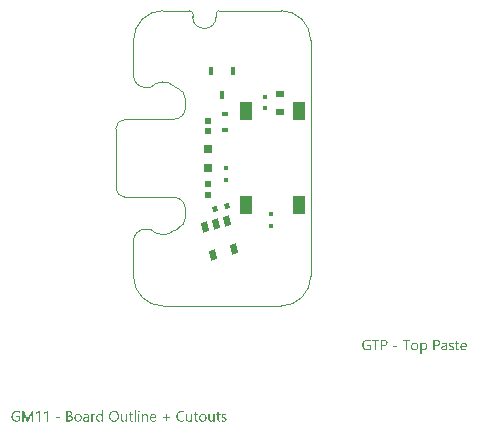
<source format=gtp>
G04*
G04 #@! TF.GenerationSoftware,Altium Limited,Altium Designer,22.11.1 (43)*
G04*
G04 Layer_Color=8421504*
%FSAX26Y26*%
%MOIN*%
G70*
G04*
G04 #@! TF.SameCoordinates,345A39FD-F609-404A-8C7F-D1080D3B892E*
G04*
G04*
G04 #@! TF.FilePolarity,Positive*
G04*
G01*
G75*
%ADD12C,0.003937*%
%ADD17R,0.026000X0.024000*%
G04:AMPARAMS|DCode=18|XSize=21.3mil|YSize=33.111mil|CornerRadius=0mil|HoleSize=0mil|Usage=FLASHONLY|Rotation=15.000|XOffset=0mil|YOffset=0mil|HoleType=Round|Shape=Rectangle|*
%AMROTATEDRECTD18*
4,1,4,-0.006002,-0.018748,-0.014572,0.013235,0.006002,0.018748,0.014572,-0.013235,-0.006002,-0.018748,0.0*
%
%ADD18ROTATEDRECTD18*%

G04:AMPARAMS|DCode=19|XSize=15.69mil|YSize=17.659mil|CornerRadius=0mil|HoleSize=0mil|Usage=FLASHONLY|Rotation=15.000|XOffset=0mil|YOffset=0mil|HoleType=Round|Shape=Rectangle|*
%AMROTATEDRECTD19*
4,1,4,-0.005293,-0.010559,-0.009863,0.006498,0.005293,0.010559,0.009863,-0.006498,-0.005293,-0.010559,0.0*
%
%ADD19ROTATEDRECTD19*%

%ADD20R,0.017659X0.015690*%
%ADD21R,0.018155X0.029966*%
%ADD22R,0.023622X0.015748*%
%ADD23R,0.022835X0.018898*%
%ADD24R,0.017659X0.015690*%
%ADD25R,0.027559X0.027559*%
%ADD26R,0.039453X0.063075*%
G36*
X00486254Y-00604058D02*
X00486749Y-00604088D01*
X00487336Y-00604119D01*
X00487954Y-00604181D01*
X00488665Y-00604274D01*
X00489406Y-00604366D01*
X00490179Y-00604490D01*
X00490982Y-00604645D01*
X00491786Y-00604830D01*
X00492589Y-00605046D01*
X00493392Y-00605293D01*
X00494196Y-00605572D01*
X00494937Y-00605912D01*
X00494937Y-00610454D01*
X00494875Y-00610423D01*
X00494752Y-00610330D01*
X00494505Y-00610207D01*
X00494196Y-00610021D01*
X00493763Y-00609836D01*
X00493269Y-00609589D01*
X00492712Y-00609372D01*
X00492064Y-00609094D01*
X00491384Y-00608847D01*
X00490611Y-00608600D01*
X00489777Y-00608384D01*
X00488881Y-00608198D01*
X00487923Y-00608013D01*
X00486934Y-00607889D01*
X00485914Y-00607796D01*
X00484833Y-00607765D01*
X00484586Y-00607765D01*
X00484277Y-00607796D01*
X00483844Y-00607827D01*
X00483350Y-00607889D01*
X00482763Y-00607982D01*
X00482114Y-00608105D01*
X00481403Y-00608260D01*
X00480661Y-00608476D01*
X00479889Y-00608754D01*
X00479086Y-00609094D01*
X00478251Y-00609496D01*
X00477448Y-00609959D01*
X00476675Y-00610485D01*
X00475903Y-00611134D01*
X00475161Y-00611844D01*
X00475130Y-00611875D01*
X00475007Y-00612030D01*
X00474821Y-00612246D01*
X00474574Y-00612586D01*
X00474296Y-00612988D01*
X00473956Y-00613451D01*
X00473616Y-00614038D01*
X00473276Y-00614687D01*
X00472937Y-00615398D01*
X00472597Y-00616201D01*
X00472257Y-00617066D01*
X00471979Y-00617993D01*
X00471731Y-00618982D01*
X00471546Y-00620033D01*
X00471422Y-00621176D01*
X00471392Y-00622350D01*
X00471392Y-00622381D01*
X00471392Y-00622412D01*
X00471392Y-00622505D01*
X00471392Y-00622628D01*
X00471392Y-00622814D01*
X00471422Y-00622999D01*
X00471453Y-00623463D01*
X00471484Y-00624019D01*
X00471577Y-00624668D01*
X00471670Y-00625379D01*
X00471824Y-00626151D01*
X00472010Y-00626985D01*
X00472257Y-00627851D01*
X00472535Y-00628716D01*
X00472875Y-00629612D01*
X00473276Y-00630477D01*
X00473740Y-00631311D01*
X00474265Y-00632115D01*
X00474883Y-00632856D01*
X00474914Y-00632887D01*
X00475038Y-00633011D01*
X00475254Y-00633196D01*
X00475532Y-00633443D01*
X00475872Y-00633721D01*
X00476305Y-00634061D01*
X00476799Y-00634401D01*
X00477386Y-00634741D01*
X00478035Y-00635112D01*
X00478746Y-00635452D01*
X00479518Y-00635761D01*
X00480383Y-00636070D01*
X00481279Y-00636317D01*
X00482268Y-00636503D01*
X00483288Y-00636626D01*
X00484400Y-00636657D01*
X00484802Y-00636657D01*
X00485080Y-00636626D01*
X00485451Y-00636595D01*
X00485853Y-00636564D01*
X00486316Y-00636533D01*
X00486841Y-00636441D01*
X00487367Y-00636379D01*
X00487954Y-00636255D01*
X00489128Y-00635977D01*
X00489746Y-00635792D01*
X00490333Y-00635545D01*
X00490920Y-00635297D01*
X00491507Y-00635019D01*
X00491507Y-00625162D01*
X00483813Y-00625162D01*
X00483813Y-00621423D01*
X00495648Y-00621423D01*
X00495648Y-00637368D01*
X00495586Y-00637399D01*
X00495401Y-00637491D01*
X00495123Y-00637646D01*
X00494721Y-00637831D01*
X00494227Y-00638048D01*
X00493639Y-00638295D01*
X00492960Y-00638573D01*
X00492187Y-00638851D01*
X00491353Y-00639129D01*
X00490426Y-00639407D01*
X00489468Y-00639654D01*
X00488448Y-00639871D01*
X00487367Y-00640056D01*
X00486224Y-00640211D01*
X00485080Y-00640303D01*
X00483875Y-00640334D01*
X00483535Y-00640334D01*
X00483381Y-00640303D01*
X00483164Y-00640303D01*
X00482917Y-00640272D01*
X00482639Y-00640272D01*
X00481990Y-00640180D01*
X00481249Y-00640087D01*
X00480445Y-00639932D01*
X00479549Y-00639716D01*
X00478591Y-00639469D01*
X00477602Y-00639160D01*
X00476583Y-00638758D01*
X00475563Y-00638295D01*
X00474543Y-00637739D01*
X00473555Y-00637090D01*
X00472597Y-00636348D01*
X00471700Y-00635514D01*
X00471639Y-00635452D01*
X00471515Y-00635297D01*
X00471268Y-00635019D01*
X00470990Y-00634618D01*
X00470619Y-00634154D01*
X00470248Y-00633567D01*
X00469816Y-00632856D01*
X00469383Y-00632084D01*
X00468950Y-00631219D01*
X00468518Y-00630230D01*
X00468147Y-00629179D01*
X00467776Y-00628036D01*
X00467498Y-00626831D01*
X00467251Y-00625502D01*
X00467127Y-00624112D01*
X00467065Y-00622659D01*
X00467065Y-00622628D01*
X00467065Y-00622567D01*
X00467065Y-00622443D01*
X00467065Y-00622288D01*
X00467096Y-00622103D01*
X00467096Y-00621856D01*
X00467127Y-00621609D01*
X00467158Y-00621300D01*
X00467189Y-00620960D01*
X00467220Y-00620620D01*
X00467344Y-00619817D01*
X00467498Y-00618889D01*
X00467714Y-00617932D01*
X00467993Y-00616881D01*
X00468332Y-00615799D01*
X00468734Y-00614687D01*
X00469228Y-00613575D01*
X00469846Y-00612462D01*
X00470526Y-00611350D01*
X00471330Y-00610299D01*
X00472226Y-00609280D01*
X00472288Y-00609218D01*
X00472473Y-00609063D01*
X00472751Y-00608785D01*
X00473153Y-00608445D01*
X00473678Y-00608074D01*
X00474265Y-00607611D01*
X00474976Y-00607148D01*
X00475810Y-00606653D01*
X00476706Y-00606159D01*
X00477695Y-00605695D01*
X00478746Y-00605232D01*
X00479920Y-00604861D01*
X00481156Y-00604521D01*
X00482454Y-00604243D01*
X00483844Y-00604088D01*
X00485296Y-00604027D01*
X00485853Y-00604027D01*
X00486254Y-00604058D01*
X00486254Y-00604058D02*
G37*
G36*
X00674188Y-00614100D02*
X00674528Y-00614131D01*
X00674930Y-00614162D01*
X00675393Y-00614255D01*
X00675919Y-00614347D01*
X00676506Y-00614502D01*
X00677093Y-00614687D01*
X00677711Y-00614903D01*
X00678329Y-00615182D01*
X00678978Y-00615490D01*
X00679596Y-00615892D01*
X00680183Y-00616356D01*
X00680770Y-00616881D01*
X00681295Y-00617468D01*
X00681326Y-00617499D01*
X00681419Y-00617623D01*
X00681542Y-00617808D01*
X00681728Y-00618086D01*
X00681913Y-00618426D01*
X00682160Y-00618828D01*
X00682408Y-00619322D01*
X00682655Y-00619847D01*
X00682902Y-00620465D01*
X00683149Y-00621145D01*
X00683396Y-00621887D01*
X00683582Y-00622690D01*
X00683767Y-00623555D01*
X00683891Y-00624482D01*
X00683984Y-00625471D01*
X00684014Y-00626491D01*
X00684014Y-00626522D01*
X00684014Y-00626553D01*
X00684014Y-00626645D01*
X00684014Y-00626769D01*
X00683984Y-00627109D01*
X00683953Y-00627542D01*
X00683922Y-00628067D01*
X00683860Y-00628685D01*
X00683767Y-00629365D01*
X00683644Y-00630106D01*
X00683458Y-00630879D01*
X00683273Y-00631713D01*
X00683026Y-00632547D01*
X00682717Y-00633382D01*
X00682377Y-00634216D01*
X00681975Y-00635050D01*
X00681481Y-00635823D01*
X00680955Y-00636564D01*
X00680924Y-00636595D01*
X00680801Y-00636719D01*
X00680646Y-00636904D01*
X00680399Y-00637151D01*
X00680090Y-00637429D01*
X00679719Y-00637769D01*
X00679256Y-00638109D01*
X00678761Y-00638449D01*
X00678205Y-00638789D01*
X00677556Y-00639129D01*
X00676876Y-00639469D01*
X00676135Y-00639747D01*
X00675332Y-00639994D01*
X00674466Y-00640180D01*
X00673539Y-00640303D01*
X00672581Y-00640334D01*
X00672365Y-00640334D01*
X00672118Y-00640303D01*
X00671778Y-00640272D01*
X00671376Y-00640211D01*
X00670913Y-00640118D01*
X00670388Y-00639994D01*
X00669800Y-00639809D01*
X00669213Y-00639592D01*
X00668595Y-00639314D01*
X00667977Y-00638975D01*
X00667328Y-00638573D01*
X00666710Y-00638078D01*
X00666123Y-00637522D01*
X00665567Y-00636873D01*
X00665042Y-00636132D01*
X00664949Y-00636132D01*
X00664949Y-00651273D01*
X00660932Y-00651273D01*
X00660932Y-00614656D01*
X00664949Y-00614656D01*
X00664949Y-00619075D01*
X00665042Y-00619075D01*
X00665073Y-00619013D01*
X00665196Y-00618859D01*
X00665351Y-00618611D01*
X00665598Y-00618302D01*
X00665907Y-00617901D01*
X00666278Y-00617499D01*
X00666741Y-00617035D01*
X00667236Y-00616572D01*
X00667823Y-00616109D01*
X00668472Y-00615645D01*
X00669182Y-00615243D01*
X00669955Y-00614842D01*
X00670789Y-00614533D01*
X00671716Y-00614285D01*
X00672674Y-00614131D01*
X00673725Y-00614069D01*
X00673941Y-00614069D01*
X00674188Y-00614100D01*
X00674188Y-00614100D02*
G37*
G36*
X00766517Y-00614100D02*
X00766795Y-00614100D01*
X00767135Y-00614131D01*
X00767506Y-00614162D01*
X00767908Y-00614224D01*
X00768835Y-00614347D01*
X00769793Y-00614563D01*
X00770812Y-00614842D01*
X00771801Y-00615212D01*
X00771801Y-00619291D01*
X00771770Y-00619260D01*
X00771678Y-00619198D01*
X00771523Y-00619137D01*
X00771307Y-00619013D01*
X00771060Y-00618859D01*
X00770751Y-00618704D01*
X00770380Y-00618550D01*
X00769978Y-00618364D01*
X00769515Y-00618210D01*
X00769051Y-00618055D01*
X00768526Y-00617901D01*
X00767970Y-00617746D01*
X00767352Y-00617623D01*
X00766734Y-00617561D01*
X00766116Y-00617499D01*
X00765436Y-00617468D01*
X00765034Y-00617468D01*
X00764756Y-00617499D01*
X00764447Y-00617530D01*
X00764107Y-00617592D01*
X00763396Y-00617746D01*
X00763366Y-00617746D01*
X00763242Y-00617777D01*
X00763087Y-00617839D01*
X00762871Y-00617932D01*
X00762377Y-00618148D01*
X00761851Y-00618457D01*
X00761821Y-00618488D01*
X00761759Y-00618550D01*
X00761635Y-00618642D01*
X00761481Y-00618766D01*
X00761141Y-00619106D01*
X00760832Y-00619569D01*
X00760832Y-00619600D01*
X00760770Y-00619693D01*
X00760739Y-00619817D01*
X00760677Y-00620002D01*
X00760615Y-00620187D01*
X00760554Y-00620434D01*
X00760523Y-00620713D01*
X00760492Y-00620991D01*
X00760492Y-00621022D01*
X00760492Y-00621145D01*
X00760523Y-00621331D01*
X00760523Y-00621578D01*
X00760585Y-00621825D01*
X00760646Y-00622103D01*
X00760708Y-00622381D01*
X00760832Y-00622659D01*
X00760863Y-00622690D01*
X00760894Y-00622783D01*
X00760986Y-00622907D01*
X00761110Y-00623061D01*
X00761264Y-00623216D01*
X00761419Y-00623432D01*
X00761882Y-00623833D01*
X00761913Y-00623864D01*
X00762006Y-00623926D01*
X00762160Y-00624019D01*
X00762346Y-00624143D01*
X00762593Y-00624266D01*
X00762871Y-00624421D01*
X00763211Y-00624606D01*
X00763551Y-00624760D01*
X00763582Y-00624791D01*
X00763736Y-00624822D01*
X00763922Y-00624915D01*
X00764200Y-00625008D01*
X00764540Y-00625162D01*
X00764911Y-00625317D01*
X00765312Y-00625471D01*
X00765776Y-00625657D01*
X00765807Y-00625657D01*
X00765838Y-00625688D01*
X00765930Y-00625718D01*
X00766054Y-00625749D01*
X00766363Y-00625873D01*
X00766765Y-00626058D01*
X00767228Y-00626244D01*
X00767753Y-00626460D01*
X00768279Y-00626707D01*
X00768773Y-00626954D01*
X00768804Y-00626954D01*
X00768835Y-00626985D01*
X00768989Y-00627078D01*
X00769237Y-00627202D01*
X00769546Y-00627387D01*
X00769916Y-00627634D01*
X00770287Y-00627881D01*
X00770658Y-00628190D01*
X00771029Y-00628499D01*
X00771060Y-00628530D01*
X00771183Y-00628654D01*
X00771338Y-00628808D01*
X00771554Y-00629056D01*
X00771770Y-00629334D01*
X00772018Y-00629674D01*
X00772234Y-00630044D01*
X00772450Y-00630446D01*
X00772481Y-00630508D01*
X00772543Y-00630631D01*
X00772605Y-00630879D01*
X00772697Y-00631188D01*
X00772790Y-00631558D01*
X00772883Y-00631991D01*
X00772914Y-00632486D01*
X00772945Y-00633042D01*
X00772945Y-00633073D01*
X00772945Y-00633134D01*
X00772945Y-00633227D01*
X00772945Y-00633351D01*
X00772914Y-00633691D01*
X00772852Y-00634154D01*
X00772728Y-00634649D01*
X00772605Y-00635205D01*
X00772388Y-00635761D01*
X00772110Y-00636286D01*
X00772079Y-00636348D01*
X00771956Y-00636503D01*
X00771770Y-00636750D01*
X00771523Y-00637090D01*
X00771214Y-00637429D01*
X00770843Y-00637831D01*
X00770411Y-00638202D01*
X00769916Y-00638573D01*
X00769855Y-00638604D01*
X00769669Y-00638727D01*
X00769391Y-00638882D01*
X00769020Y-00639067D01*
X00768557Y-00639284D01*
X00768001Y-00639500D01*
X00767413Y-00639716D01*
X00766765Y-00639902D01*
X00766734Y-00639902D01*
X00766672Y-00639932D01*
X00766579Y-00639932D01*
X00766456Y-00639963D01*
X00766301Y-00639994D01*
X00766116Y-00640025D01*
X00765652Y-00640118D01*
X00765065Y-00640211D01*
X00764447Y-00640272D01*
X00763767Y-00640303D01*
X00763026Y-00640334D01*
X00762655Y-00640334D01*
X00762377Y-00640303D01*
X00762037Y-00640303D01*
X00761666Y-00640241D01*
X00761203Y-00640211D01*
X00760739Y-00640149D01*
X00760214Y-00640056D01*
X00759688Y-00639963D01*
X00758576Y-00639716D01*
X00757433Y-00639345D01*
X00756877Y-00639098D01*
X00756320Y-00638851D01*
X00756320Y-00634556D01*
X00756351Y-00634587D01*
X00756475Y-00634649D01*
X00756660Y-00634772D01*
X00756908Y-00634927D01*
X00757216Y-00635112D01*
X00757556Y-00635328D01*
X00757989Y-00635545D01*
X00758452Y-00635761D01*
X00758978Y-00635977D01*
X00759534Y-00636193D01*
X00760121Y-00636410D01*
X00760739Y-00636595D01*
X00761419Y-00636750D01*
X00762099Y-00636873D01*
X00762809Y-00636935D01*
X00763551Y-00636966D01*
X00763767Y-00636966D01*
X00764045Y-00636935D01*
X00764385Y-00636904D01*
X00764787Y-00636842D01*
X00765220Y-00636781D01*
X00765714Y-00636657D01*
X00766208Y-00636533D01*
X00766672Y-00636348D01*
X00767166Y-00636101D01*
X00767599Y-00635823D01*
X00768001Y-00635483D01*
X00768341Y-00635081D01*
X00768619Y-00634618D01*
X00768773Y-00634061D01*
X00768835Y-00633752D01*
X00768835Y-00633443D01*
X00768835Y-00633413D01*
X00768835Y-00633258D01*
X00768804Y-00633073D01*
X00768773Y-00632856D01*
X00768711Y-00632578D01*
X00768649Y-00632300D01*
X00768526Y-00632022D01*
X00768371Y-00631744D01*
X00768341Y-00631713D01*
X00768279Y-00631620D01*
X00768186Y-00631497D01*
X00768062Y-00631311D01*
X00767877Y-00631126D01*
X00767692Y-00630910D01*
X00767444Y-00630724D01*
X00767166Y-00630508D01*
X00767135Y-00630477D01*
X00767043Y-00630415D01*
X00766857Y-00630322D01*
X00766641Y-00630168D01*
X00766394Y-00630014D01*
X00766085Y-00629859D01*
X00765714Y-00629705D01*
X00765343Y-00629550D01*
X00765281Y-00629519D01*
X00765158Y-00629488D01*
X00764942Y-00629395D01*
X00764663Y-00629272D01*
X00764354Y-00629117D01*
X00763953Y-00628963D01*
X00763551Y-00628808D01*
X00763118Y-00628623D01*
X00763087Y-00628623D01*
X00763057Y-00628592D01*
X00762964Y-00628561D01*
X00762840Y-00628499D01*
X00762531Y-00628376D01*
X00762130Y-00628221D01*
X00761666Y-00628005D01*
X00761172Y-00627789D01*
X00760677Y-00627542D01*
X00760183Y-00627294D01*
X00760121Y-00627263D01*
X00759967Y-00627171D01*
X00759750Y-00627047D01*
X00759441Y-00626862D01*
X00759101Y-00626615D01*
X00758761Y-00626367D01*
X00758391Y-00626089D01*
X00758051Y-00625780D01*
X00758020Y-00625749D01*
X00757927Y-00625626D01*
X00757773Y-00625471D01*
X00757587Y-00625224D01*
X00757371Y-00624946D01*
X00757155Y-00624606D01*
X00756969Y-00624266D01*
X00756784Y-00623864D01*
X00756753Y-00623803D01*
X00756722Y-00623679D01*
X00756660Y-00623432D01*
X00756598Y-00623154D01*
X00756506Y-00622783D01*
X00756444Y-00622350D01*
X00756413Y-00621856D01*
X00756382Y-00621331D01*
X00756382Y-00621300D01*
X00756382Y-00621238D01*
X00756382Y-00621145D01*
X00756382Y-00621022D01*
X00756413Y-00620713D01*
X00756475Y-00620280D01*
X00756568Y-00619786D01*
X00756722Y-00619260D01*
X00756908Y-00618735D01*
X00757186Y-00618210D01*
X00757186Y-00618179D01*
X00757216Y-00618148D01*
X00757340Y-00617993D01*
X00757525Y-00617746D01*
X00757742Y-00617406D01*
X00758051Y-00617066D01*
X00758422Y-00616696D01*
X00758854Y-00616294D01*
X00759318Y-00615954D01*
X00759349Y-00615954D01*
X00759380Y-00615923D01*
X00759565Y-00615799D01*
X00759843Y-00615645D01*
X00760214Y-00615429D01*
X00760677Y-00615212D01*
X00761203Y-00614965D01*
X00761790Y-00614749D01*
X00762408Y-00614563D01*
X00762439Y-00614563D01*
X00762500Y-00614533D01*
X00762593Y-00614502D01*
X00762717Y-00614471D01*
X00762871Y-00614440D01*
X00763057Y-00614409D01*
X00763489Y-00614316D01*
X00764045Y-00614224D01*
X00764633Y-00614131D01*
X00765281Y-00614100D01*
X00765961Y-00614069D01*
X00766270Y-00614069D01*
X00766517Y-00614100D01*
X00766517Y-00614100D02*
G37*
G36*
X00584269Y-00627356D02*
X00570889Y-00627356D01*
X00570889Y-00624204D01*
X00584269Y-00624204D01*
X00584269Y-00627356D01*
X00584269Y-00627356D02*
G37*
G36*
X00741797Y-00614100D02*
X00742014Y-00614100D01*
X00742230Y-00614131D01*
X00742508Y-00614162D01*
X00742817Y-00614224D01*
X00743466Y-00614347D01*
X00744239Y-00614563D01*
X00745011Y-00614842D01*
X00745845Y-00615243D01*
X00746680Y-00615738D01*
X00747081Y-00616016D01*
X00747483Y-00616356D01*
X00747854Y-00616726D01*
X00748225Y-00617097D01*
X00748564Y-00617530D01*
X00748874Y-00618024D01*
X00749183Y-00618519D01*
X00749461Y-00619075D01*
X00749677Y-00619693D01*
X00749893Y-00620342D01*
X00750048Y-00621022D01*
X00750171Y-00621794D01*
X00750233Y-00622567D01*
X00750264Y-00623432D01*
X00750264Y-00639747D01*
X00746247Y-00639747D01*
X00746247Y-00635854D01*
X00746154Y-00635854D01*
X00746123Y-00635915D01*
X00746031Y-00636039D01*
X00745876Y-00636255D01*
X00745660Y-00636564D01*
X00745382Y-00636904D01*
X00745042Y-00637275D01*
X00744671Y-00637677D01*
X00744208Y-00638078D01*
X00743682Y-00638511D01*
X00743126Y-00638913D01*
X00742477Y-00639284D01*
X00741797Y-00639623D01*
X00741025Y-00639932D01*
X00740221Y-00640149D01*
X00739356Y-00640272D01*
X00738429Y-00640334D01*
X00738058Y-00640334D01*
X00737811Y-00640303D01*
X00737502Y-00640272D01*
X00737131Y-00640241D01*
X00736730Y-00640180D01*
X00736297Y-00640087D01*
X00735339Y-00639840D01*
X00734876Y-00639685D01*
X00734381Y-00639500D01*
X00733887Y-00639284D01*
X00733423Y-00639005D01*
X00732991Y-00638696D01*
X00732558Y-00638356D01*
X00732527Y-00638326D01*
X00732466Y-00638264D01*
X00732373Y-00638140D01*
X00732218Y-00637986D01*
X00732064Y-00637800D01*
X00731909Y-00637553D01*
X00731693Y-00637275D01*
X00731508Y-00636966D01*
X00731322Y-00636595D01*
X00731137Y-00636193D01*
X00730952Y-00635761D01*
X00730797Y-00635297D01*
X00730643Y-00634803D01*
X00730550Y-00634278D01*
X00730488Y-00633691D01*
X00730457Y-00633104D01*
X00730457Y-00633073D01*
X00730457Y-00633011D01*
X00730457Y-00632918D01*
X00730488Y-00632794D01*
X00730488Y-00632640D01*
X00730519Y-00632455D01*
X00730581Y-00631991D01*
X00730704Y-00631435D01*
X00730890Y-00630817D01*
X00731137Y-00630137D01*
X00731508Y-00629426D01*
X00731940Y-00628716D01*
X00732466Y-00628005D01*
X00732806Y-00627665D01*
X00733145Y-00627325D01*
X00733547Y-00626985D01*
X00733949Y-00626676D01*
X00734412Y-00626367D01*
X00734907Y-00626089D01*
X00735432Y-00625842D01*
X00736019Y-00625595D01*
X00736637Y-00625379D01*
X00737286Y-00625193D01*
X00737997Y-00625039D01*
X00738738Y-00624915D01*
X00746247Y-00623864D01*
X00746247Y-00623833D01*
X00746247Y-00623803D01*
X00746247Y-00623710D01*
X00746247Y-00623586D01*
X00746216Y-00623277D01*
X00746154Y-00622876D01*
X00746092Y-00622381D01*
X00745969Y-00621825D01*
X00745814Y-00621269D01*
X00745598Y-00620651D01*
X00745320Y-00620064D01*
X00744980Y-00619477D01*
X00744578Y-00618951D01*
X00744084Y-00618457D01*
X00743466Y-00618055D01*
X00742786Y-00617746D01*
X00742415Y-00617623D01*
X00741983Y-00617530D01*
X00741550Y-00617499D01*
X00741087Y-00617468D01*
X00740870Y-00617468D01*
X00740654Y-00617499D01*
X00740314Y-00617530D01*
X00739913Y-00617561D01*
X00739449Y-00617623D01*
X00738924Y-00617715D01*
X00738367Y-00617839D01*
X00737750Y-00618024D01*
X00737101Y-00618210D01*
X00736421Y-00618457D01*
X00735710Y-00618766D01*
X00734999Y-00619137D01*
X00734289Y-00619538D01*
X00733578Y-00620002D01*
X00732898Y-00620558D01*
X00732898Y-00616448D01*
X00732929Y-00616418D01*
X00733053Y-00616356D01*
X00733269Y-00616232D01*
X00733547Y-00616078D01*
X00733918Y-00615892D01*
X00734320Y-00615707D01*
X00734814Y-00615490D01*
X00735370Y-00615243D01*
X00735957Y-00615027D01*
X00736606Y-00614811D01*
X00737317Y-00614625D01*
X00738058Y-00614440D01*
X00738862Y-00614285D01*
X00739665Y-00614162D01*
X00740530Y-00614100D01*
X00741427Y-00614069D01*
X00741643Y-00614069D01*
X00741797Y-00614100D01*
X00741797Y-00614100D02*
G37*
G36*
X00714914Y-00604645D02*
X00715316Y-00604645D01*
X00715780Y-00604706D01*
X00716336Y-00604768D01*
X00716923Y-00604830D01*
X00717603Y-00604954D01*
X00718283Y-00605108D01*
X00718993Y-00605293D01*
X00719704Y-00605510D01*
X00720446Y-00605788D01*
X00721156Y-00606097D01*
X00721836Y-00606468D01*
X00722485Y-00606869D01*
X00723103Y-00607364D01*
X00723134Y-00607395D01*
X00723226Y-00607487D01*
X00723381Y-00607642D01*
X00723597Y-00607858D01*
X00723814Y-00608167D01*
X00724092Y-00608507D01*
X00724370Y-00608909D01*
X00724679Y-00609372D01*
X00724957Y-00609898D01*
X00725235Y-00610454D01*
X00725513Y-00611103D01*
X00725729Y-00611783D01*
X00725946Y-00612555D01*
X00726100Y-00613358D01*
X00726193Y-00614193D01*
X00726224Y-00615120D01*
X00726224Y-00615182D01*
X00726224Y-00615336D01*
X00726193Y-00615614D01*
X00726162Y-00615954D01*
X00726131Y-00616387D01*
X00726038Y-00616881D01*
X00725946Y-00617406D01*
X00725791Y-00618024D01*
X00725606Y-00618642D01*
X00725389Y-00619322D01*
X00725111Y-00620002D01*
X00724771Y-00620682D01*
X00724370Y-00621361D01*
X00723906Y-00622041D01*
X00723381Y-00622690D01*
X00722763Y-00623308D01*
X00722732Y-00623339D01*
X00722609Y-00623432D01*
X00722423Y-00623586D01*
X00722145Y-00623803D01*
X00721805Y-00624050D01*
X00721372Y-00624328D01*
X00720878Y-00624606D01*
X00720322Y-00624884D01*
X00719704Y-00625193D01*
X00718993Y-00625471D01*
X00718221Y-00625749D01*
X00717417Y-00625996D01*
X00716521Y-00626182D01*
X00715563Y-00626367D01*
X00714574Y-00626460D01*
X00713493Y-00626491D01*
X00708858Y-00626491D01*
X00708858Y-00639747D01*
X00704748Y-00639747D01*
X00704748Y-00604614D01*
X00714636Y-00604614D01*
X00714914Y-00604645D01*
X00714914Y-00604645D02*
G37*
G36*
X00626540Y-00608353D02*
X00616405Y-00608353D01*
X00616405Y-00639747D01*
X00612295Y-00639747D01*
X00612295Y-00608353D01*
X00602160Y-00608353D01*
X00602160Y-00604614D01*
X00626540Y-00604614D01*
X00626540Y-00608353D01*
X00626540Y-00608353D02*
G37*
G36*
X00540268Y-00604645D02*
X00540669Y-00604645D01*
X00541133Y-00604706D01*
X00541689Y-00604768D01*
X00542276Y-00604830D01*
X00542956Y-00604954D01*
X00543636Y-00605108D01*
X00544346Y-00605293D01*
X00545057Y-00605510D01*
X00545799Y-00605788D01*
X00546509Y-00606097D01*
X00547189Y-00606468D01*
X00547838Y-00606869D01*
X00548456Y-00607364D01*
X00548487Y-00607395D01*
X00548580Y-00607487D01*
X00548734Y-00607642D01*
X00548951Y-00607858D01*
X00549167Y-00608167D01*
X00549445Y-00608507D01*
X00549723Y-00608909D01*
X00550032Y-00609372D01*
X00550310Y-00609898D01*
X00550588Y-00610454D01*
X00550866Y-00611103D01*
X00551083Y-00611783D01*
X00551299Y-00612555D01*
X00551453Y-00613358D01*
X00551546Y-00614193D01*
X00551577Y-00615120D01*
X00551577Y-00615182D01*
X00551577Y-00615336D01*
X00551546Y-00615614D01*
X00551515Y-00615954D01*
X00551484Y-00616387D01*
X00551392Y-00616881D01*
X00551299Y-00617406D01*
X00551144Y-00618024D01*
X00550959Y-00618642D01*
X00550743Y-00619322D01*
X00550465Y-00620002D01*
X00550125Y-00620682D01*
X00549723Y-00621361D01*
X00549260Y-00622041D01*
X00548734Y-00622690D01*
X00548116Y-00623308D01*
X00548085Y-00623339D01*
X00547962Y-00623432D01*
X00547776Y-00623586D01*
X00547498Y-00623803D01*
X00547158Y-00624050D01*
X00546726Y-00624328D01*
X00546231Y-00624606D01*
X00545675Y-00624884D01*
X00545057Y-00625193D01*
X00544346Y-00625471D01*
X00543574Y-00625749D01*
X00542770Y-00625996D01*
X00541874Y-00626182D01*
X00540917Y-00626367D01*
X00539928Y-00626460D01*
X00538846Y-00626491D01*
X00534211Y-00626491D01*
X00534211Y-00639747D01*
X00530101Y-00639747D01*
X00530101Y-00604614D01*
X00539990Y-00604614D01*
X00540268Y-00604645D01*
X00540268Y-00604645D02*
G37*
G36*
X00524570Y-00608353D02*
X00514435Y-00608353D01*
X00514435Y-00639747D01*
X00510325Y-00639747D01*
X00510325Y-00608353D01*
X00500190Y-00608353D01*
X00500190Y-00604614D01*
X00524570Y-00604614D01*
X00524570Y-00608353D01*
X00524570Y-00608353D02*
G37*
G36*
X00784439Y-00614656D02*
X00790774Y-00614656D01*
X00790774Y-00618117D01*
X00784439Y-00618117D01*
X00784439Y-00632238D01*
X00784439Y-00632269D01*
X00784439Y-00632362D01*
X00784439Y-00632486D01*
X00784439Y-00632640D01*
X00784470Y-00632856D01*
X00784501Y-00633104D01*
X00784563Y-00633629D01*
X00784656Y-00634247D01*
X00784810Y-00634834D01*
X00785027Y-00635390D01*
X00785150Y-00635637D01*
X00785305Y-00635854D01*
X00785336Y-00635885D01*
X00785459Y-00636008D01*
X00785675Y-00636193D01*
X00785984Y-00636379D01*
X00786386Y-00636595D01*
X00786880Y-00636750D01*
X00787468Y-00636873D01*
X00788147Y-00636935D01*
X00788395Y-00636935D01*
X00788673Y-00636904D01*
X00789043Y-00636842D01*
X00789445Y-00636719D01*
X00789909Y-00636595D01*
X00790341Y-00636379D01*
X00790774Y-00636101D01*
X00790774Y-00639531D01*
X00790743Y-00639531D01*
X00790712Y-00639562D01*
X00790619Y-00639592D01*
X00790527Y-00639654D01*
X00790187Y-00639778D01*
X00789785Y-00639902D01*
X00789229Y-00640025D01*
X00788580Y-00640149D01*
X00787838Y-00640241D01*
X00787004Y-00640272D01*
X00786726Y-00640272D01*
X00786386Y-00640211D01*
X00785984Y-00640149D01*
X00785490Y-00640056D01*
X00784934Y-00639871D01*
X00784316Y-00639654D01*
X00783729Y-00639345D01*
X00783111Y-00638975D01*
X00782493Y-00638480D01*
X00781937Y-00637893D01*
X00781689Y-00637553D01*
X00781442Y-00637182D01*
X00781226Y-00636781D01*
X00781040Y-00636348D01*
X00780855Y-00635885D01*
X00780701Y-00635359D01*
X00780577Y-00634834D01*
X00780484Y-00634247D01*
X00780453Y-00633629D01*
X00780422Y-00632949D01*
X00780422Y-00618117D01*
X00776127Y-00618117D01*
X00776127Y-00614656D01*
X00780422Y-00614656D01*
X00780422Y-00608538D01*
X00784439Y-00607240D01*
X00784439Y-00614656D01*
X00784439Y-00614656D02*
G37*
G36*
X00806440Y-00614100D02*
X00806780Y-00614131D01*
X00807213Y-00614162D01*
X00807676Y-00614224D01*
X00808202Y-00614347D01*
X00808758Y-00614471D01*
X00809376Y-00614625D01*
X00809994Y-00614842D01*
X00810612Y-00615120D01*
X00811261Y-00615429D01*
X00811879Y-00615799D01*
X00812466Y-00616232D01*
X00813053Y-00616726D01*
X00813578Y-00617283D01*
X00813609Y-00617314D01*
X00813702Y-00617437D01*
X00813825Y-00617623D01*
X00814011Y-00617870D01*
X00814196Y-00618179D01*
X00814443Y-00618581D01*
X00814691Y-00619044D01*
X00814938Y-00619569D01*
X00815185Y-00620187D01*
X00815432Y-00620836D01*
X00815679Y-00621578D01*
X00815865Y-00622350D01*
X00816050Y-00623216D01*
X00816174Y-00624112D01*
X00816266Y-00625100D01*
X00816297Y-00626120D01*
X00816297Y-00628221D01*
X00798561Y-00628221D01*
X00798561Y-00628283D01*
X00798561Y-00628407D01*
X00798592Y-00628623D01*
X00798622Y-00628901D01*
X00798653Y-00629272D01*
X00798715Y-00629674D01*
X00798777Y-00630106D01*
X00798901Y-00630601D01*
X00799179Y-00631651D01*
X00799364Y-00632177D01*
X00799580Y-00632733D01*
X00799828Y-00633258D01*
X00800106Y-00633783D01*
X00800446Y-00634247D01*
X00800816Y-00634710D01*
X00800847Y-00634741D01*
X00800909Y-00634803D01*
X00801033Y-00634927D01*
X00801218Y-00635050D01*
X00801434Y-00635236D01*
X00801712Y-00635421D01*
X00802021Y-00635637D01*
X00802361Y-00635823D01*
X00802763Y-00636039D01*
X00803227Y-00636255D01*
X00803690Y-00636441D01*
X00804246Y-00636626D01*
X00804803Y-00636750D01*
X00805420Y-00636873D01*
X00806069Y-00636935D01*
X00806749Y-00636966D01*
X00806935Y-00636966D01*
X00807151Y-00636935D01*
X00807460Y-00636935D01*
X00807831Y-00636873D01*
X00808263Y-00636812D01*
X00808758Y-00636719D01*
X00809314Y-00636626D01*
X00809901Y-00636472D01*
X00810519Y-00636286D01*
X00811168Y-00636070D01*
X00811817Y-00635792D01*
X00812497Y-00635483D01*
X00813176Y-00635112D01*
X00813856Y-00634679D01*
X00814536Y-00634185D01*
X00814536Y-00637955D01*
X00814505Y-00637986D01*
X00814381Y-00638048D01*
X00814196Y-00638171D01*
X00813949Y-00638326D01*
X00813609Y-00638511D01*
X00813207Y-00638696D01*
X00812744Y-00638913D01*
X00812218Y-00639129D01*
X00811601Y-00639376D01*
X00810952Y-00639592D01*
X00810241Y-00639778D01*
X00809468Y-00639963D01*
X00808634Y-00640118D01*
X00807738Y-00640241D01*
X00806780Y-00640303D01*
X00805791Y-00640334D01*
X00805544Y-00640334D01*
X00805297Y-00640303D01*
X00804926Y-00640272D01*
X00804463Y-00640241D01*
X00803937Y-00640149D01*
X00803381Y-00640056D01*
X00802763Y-00639902D01*
X00802114Y-00639716D01*
X00801434Y-00639500D01*
X00800724Y-00639222D01*
X00800044Y-00638913D01*
X00799333Y-00638511D01*
X00798684Y-00638048D01*
X00798035Y-00637522D01*
X00797448Y-00636935D01*
X00797417Y-00636904D01*
X00797325Y-00636781D01*
X00797170Y-00636564D01*
X00796985Y-00636286D01*
X00796738Y-00635946D01*
X00796490Y-00635514D01*
X00796212Y-00635019D01*
X00795934Y-00634432D01*
X00795656Y-00633814D01*
X00795378Y-00633073D01*
X00795131Y-00632300D01*
X00794884Y-00631435D01*
X00794698Y-00630508D01*
X00794544Y-00629519D01*
X00794451Y-00628438D01*
X00794420Y-00627325D01*
X00794420Y-00627294D01*
X00794420Y-00627263D01*
X00794420Y-00627171D01*
X00794420Y-00627078D01*
X00794451Y-00626769D01*
X00794482Y-00626336D01*
X00794513Y-00625842D01*
X00794606Y-00625286D01*
X00794698Y-00624637D01*
X00794822Y-00623926D01*
X00795007Y-00623185D01*
X00795223Y-00622412D01*
X00795502Y-00621609D01*
X00795811Y-00620805D01*
X00796181Y-00620033D01*
X00796645Y-00619229D01*
X00797139Y-00618488D01*
X00797726Y-00617777D01*
X00797757Y-00617746D01*
X00797881Y-00617623D01*
X00798066Y-00617437D01*
X00798313Y-00617190D01*
X00798653Y-00616912D01*
X00799055Y-00616603D01*
X00799488Y-00616263D01*
X00800013Y-00615923D01*
X00800569Y-00615583D01*
X00801218Y-00615243D01*
X00801898Y-00614934D01*
X00802609Y-00614656D01*
X00803381Y-00614409D01*
X00804215Y-00614224D01*
X00805081Y-00614100D01*
X00805977Y-00614069D01*
X00806193Y-00614069D01*
X00806440Y-00614100D01*
X00806440Y-00614100D02*
G37*
G36*
X00643134Y-00614100D02*
X00643535Y-00614131D01*
X00643999Y-00614162D01*
X00644555Y-00614255D01*
X00645142Y-00614347D01*
X00645791Y-00614502D01*
X00646502Y-00614687D01*
X00647212Y-00614903D01*
X00647923Y-00615182D01*
X00648665Y-00615521D01*
X00649375Y-00615923D01*
X00650086Y-00616387D01*
X00650735Y-00616912D01*
X00651353Y-00617530D01*
X00651384Y-00617561D01*
X00651477Y-00617684D01*
X00651631Y-00617901D01*
X00651847Y-00618179D01*
X00652095Y-00618519D01*
X00652342Y-00618951D01*
X00652651Y-00619446D01*
X00652929Y-00620033D01*
X00653238Y-00620682D01*
X00653516Y-00621392D01*
X00653763Y-00622165D01*
X00654010Y-00623030D01*
X00654227Y-00623957D01*
X00654381Y-00624946D01*
X00654474Y-00625996D01*
X00654505Y-00627109D01*
X00654505Y-00627140D01*
X00654505Y-00627171D01*
X00654505Y-00627263D01*
X00654505Y-00627387D01*
X00654474Y-00627696D01*
X00654443Y-00628098D01*
X00654412Y-00628623D01*
X00654319Y-00629210D01*
X00654227Y-00629859D01*
X00654072Y-00630570D01*
X00653887Y-00631311D01*
X00653671Y-00632115D01*
X00653393Y-00632918D01*
X00653083Y-00633721D01*
X00652682Y-00634525D01*
X00652218Y-00635297D01*
X00651693Y-00636039D01*
X00651106Y-00636750D01*
X00651075Y-00636781D01*
X00650951Y-00636904D01*
X00650766Y-00637090D01*
X00650488Y-00637306D01*
X00650148Y-00637584D01*
X00649746Y-00637893D01*
X00649252Y-00638202D01*
X00648696Y-00638542D01*
X00648078Y-00638882D01*
X00647398Y-00639191D01*
X00646656Y-00639500D01*
X00645853Y-00639778D01*
X00644957Y-00639994D01*
X00644030Y-00640180D01*
X00643072Y-00640303D01*
X00642021Y-00640334D01*
X00641774Y-00640334D01*
X00641496Y-00640303D01*
X00641094Y-00640272D01*
X00640631Y-00640241D01*
X00640075Y-00640149D01*
X00639487Y-00640056D01*
X00638839Y-00639902D01*
X00638128Y-00639716D01*
X00637417Y-00639469D01*
X00636676Y-00639191D01*
X00635934Y-00638851D01*
X00635192Y-00638449D01*
X00634451Y-00637986D01*
X00633771Y-00637460D01*
X00633122Y-00636842D01*
X00633091Y-00636812D01*
X00632968Y-00636688D01*
X00632813Y-00636472D01*
X00632597Y-00636193D01*
X00632350Y-00635854D01*
X00632072Y-00635421D01*
X00631793Y-00634927D01*
X00631484Y-00634340D01*
X00631175Y-00633721D01*
X00630866Y-00633011D01*
X00630588Y-00632238D01*
X00630341Y-00631404D01*
X00630125Y-00630539D01*
X00629970Y-00629581D01*
X00629847Y-00628561D01*
X00629816Y-00627511D01*
X00629816Y-00627480D01*
X00629816Y-00627449D01*
X00629816Y-00627356D01*
X00629816Y-00627232D01*
X00629847Y-00626893D01*
X00629878Y-00626460D01*
X00629909Y-00625935D01*
X00630001Y-00625317D01*
X00630094Y-00624637D01*
X00630248Y-00623895D01*
X00630434Y-00623123D01*
X00630650Y-00622319D01*
X00630928Y-00621485D01*
X00631268Y-00620651D01*
X00631670Y-00619847D01*
X00632102Y-00619075D01*
X00632628Y-00618333D01*
X00633246Y-00617623D01*
X00633277Y-00617592D01*
X00633400Y-00617468D01*
X00633616Y-00617283D01*
X00633895Y-00617066D01*
X00634235Y-00616788D01*
X00634667Y-00616510D01*
X00635162Y-00616170D01*
X00635718Y-00615830D01*
X00636336Y-00615521D01*
X00637046Y-00615182D01*
X00637819Y-00614903D01*
X00638653Y-00614625D01*
X00639549Y-00614409D01*
X00640507Y-00614224D01*
X00641527Y-00614100D01*
X00642608Y-00614069D01*
X00642856Y-00614069D01*
X00643134Y-00614100D01*
X00643134Y-00614100D02*
G37*
G36*
X-00277104Y-00840730D02*
X-00276825Y-00840792D01*
X-00276547Y-00840884D01*
X-00276238Y-00841039D01*
X-00275929Y-00841224D01*
X-00275620Y-00841471D01*
X-00275589Y-00841502D01*
X-00275497Y-00841595D01*
X-00275373Y-00841750D01*
X-00275219Y-00841966D01*
X-00275095Y-00842244D01*
X-00274971Y-00842553D01*
X-00274879Y-00842924D01*
X-00274848Y-00843325D01*
X-00274848Y-00843387D01*
X-00274848Y-00843511D01*
X-00274879Y-00843696D01*
X-00274941Y-00843974D01*
X-00275033Y-00844252D01*
X-00275188Y-00844561D01*
X-00275373Y-00844870D01*
X-00275620Y-00845179D01*
X-00275651Y-00845210D01*
X-00275744Y-00845303D01*
X-00275929Y-00845427D01*
X-00276146Y-00845550D01*
X-00276424Y-00845674D01*
X-00276733Y-00845797D01*
X-00277073Y-00845890D01*
X-00277474Y-00845921D01*
X-00277660Y-00845921D01*
X-00277845Y-00845890D01*
X-00278123Y-00845828D01*
X-00278401Y-00845736D01*
X-00278710Y-00845612D01*
X-00279019Y-00845457D01*
X-00279328Y-00845210D01*
X-00279359Y-00845179D01*
X-00279452Y-00845087D01*
X-00279576Y-00844901D01*
X-00279699Y-00844685D01*
X-00279823Y-00844438D01*
X-00279946Y-00844098D01*
X-00280039Y-00843727D01*
X-00280070Y-00843325D01*
X-00280070Y-00843264D01*
X-00280070Y-00843140D01*
X-00280039Y-00842924D01*
X-00279977Y-00842677D01*
X-00279885Y-00842367D01*
X-00279761Y-00842058D01*
X-00279576Y-00841750D01*
X-00279328Y-00841471D01*
X-00279298Y-00841441D01*
X-00279205Y-00841348D01*
X-00279019Y-00841224D01*
X-00278803Y-00841070D01*
X-00278525Y-00840946D01*
X-00278216Y-00840822D01*
X-00277876Y-00840730D01*
X-00277474Y-00840699D01*
X-00277289Y-00840699D01*
X-00277104Y-00840730D01*
X-00277104Y-00840730D02*
G37*
G36*
X-00133913Y-00841688D02*
X-00133480Y-00841688D01*
X-00132986Y-00841719D01*
X-00132461Y-00841780D01*
X-00131843Y-00841842D01*
X-00131194Y-00841904D01*
X-00130545Y-00841997D01*
X-00129154Y-00842275D01*
X-00127764Y-00842615D01*
X-00127115Y-00842862D01*
X-00126466Y-00843109D01*
X-00126466Y-00847497D01*
X-00126497Y-00847466D01*
X-00126651Y-00847404D01*
X-00126837Y-00847312D01*
X-00127115Y-00847157D01*
X-00127486Y-00847003D01*
X-00127918Y-00846817D01*
X-00128382Y-00846632D01*
X-00128938Y-00846446D01*
X-00129525Y-00846261D01*
X-00130174Y-00846045D01*
X-00130854Y-00845890D01*
X-00131595Y-00845736D01*
X-00132337Y-00845581D01*
X-00133141Y-00845488D01*
X-00133975Y-00845427D01*
X-00134809Y-00845396D01*
X-00135087Y-00845396D01*
X-00135396Y-00845427D01*
X-00135798Y-00845457D01*
X-00136323Y-00845519D01*
X-00136910Y-00845612D01*
X-00137590Y-00845736D01*
X-00138301Y-00845890D01*
X-00139073Y-00846106D01*
X-00139877Y-00846385D01*
X-00140680Y-00846724D01*
X-00141514Y-00847095D01*
X-00142318Y-00847559D01*
X-00143121Y-00848115D01*
X-00143894Y-00848733D01*
X-00144635Y-00849444D01*
X-00144666Y-00849475D01*
X-00144790Y-00849629D01*
X-00144975Y-00849845D01*
X-00145222Y-00850185D01*
X-00145500Y-00850587D01*
X-00145810Y-00851081D01*
X-00146149Y-00851668D01*
X-00146489Y-00852317D01*
X-00146860Y-00853028D01*
X-00147200Y-00853862D01*
X-00147509Y-00854727D01*
X-00147787Y-00855685D01*
X-00148034Y-00856736D01*
X-00148220Y-00857817D01*
X-00148343Y-00858992D01*
X-00148374Y-00860228D01*
X-00148374Y-00860259D01*
X-00148374Y-00860289D01*
X-00148374Y-00860382D01*
X-00148374Y-00860506D01*
X-00148374Y-00860660D01*
X-00148343Y-00860846D01*
X-00148312Y-00861278D01*
X-00148281Y-00861835D01*
X-00148189Y-00862452D01*
X-00148096Y-00863163D01*
X-00147942Y-00863905D01*
X-00147756Y-00864708D01*
X-00147509Y-00865543D01*
X-00147231Y-00866408D01*
X-00146891Y-00867273D01*
X-00146489Y-00868107D01*
X-00146026Y-00868942D01*
X-00145500Y-00869745D01*
X-00144882Y-00870486D01*
X-00144852Y-00870517D01*
X-00144728Y-00870641D01*
X-00144512Y-00870826D01*
X-00144234Y-00871074D01*
X-00143894Y-00871352D01*
X-00143461Y-00871692D01*
X-00142967Y-00872032D01*
X-00142411Y-00872371D01*
X-00141762Y-00872742D01*
X-00141082Y-00873082D01*
X-00140309Y-00873391D01*
X-00139506Y-00873700D01*
X-00138610Y-00873947D01*
X-00137683Y-00874133D01*
X-00136694Y-00874256D01*
X-00135643Y-00874287D01*
X-00135396Y-00874287D01*
X-00135118Y-00874256D01*
X-00134747Y-00874256D01*
X-00134284Y-00874225D01*
X-00133758Y-00874164D01*
X-00133171Y-00874102D01*
X-00132523Y-00873978D01*
X-00131812Y-00873855D01*
X-00131070Y-00873700D01*
X-00130329Y-00873515D01*
X-00129556Y-00873298D01*
X-00128753Y-00873020D01*
X-00127980Y-00872711D01*
X-00127208Y-00872341D01*
X-00126466Y-00871939D01*
X-00126466Y-00875925D01*
X-00126497Y-00875956D01*
X-00126651Y-00876018D01*
X-00126868Y-00876110D01*
X-00127177Y-00876234D01*
X-00127548Y-00876388D01*
X-00128011Y-00876574D01*
X-00128536Y-00876759D01*
X-00129154Y-00876945D01*
X-00129834Y-00877130D01*
X-00130545Y-00877315D01*
X-00131348Y-00877501D01*
X-00132214Y-00877655D01*
X-00133141Y-00877779D01*
X-00134098Y-00877872D01*
X-00135118Y-00877933D01*
X-00136169Y-00877964D01*
X-00136509Y-00877964D01*
X-00136663Y-00877933D01*
X-00136879Y-00877933D01*
X-00137127Y-00877903D01*
X-00137405Y-00877903D01*
X-00138054Y-00877810D01*
X-00138795Y-00877717D01*
X-00139599Y-00877563D01*
X-00140495Y-00877346D01*
X-00141422Y-00877099D01*
X-00142411Y-00876790D01*
X-00143399Y-00876388D01*
X-00144419Y-00875925D01*
X-00145408Y-00875369D01*
X-00146366Y-00874720D01*
X-00147324Y-00873978D01*
X-00148189Y-00873144D01*
X-00148251Y-00873082D01*
X-00148374Y-00872928D01*
X-00148590Y-00872649D01*
X-00148899Y-00872279D01*
X-00149239Y-00871784D01*
X-00149610Y-00871197D01*
X-00150012Y-00870517D01*
X-00150445Y-00869745D01*
X-00150877Y-00868880D01*
X-00151279Y-00867922D01*
X-00151650Y-00866902D01*
X-00151989Y-00865759D01*
X-00152268Y-00864554D01*
X-00152515Y-00863287D01*
X-00152638Y-00861896D01*
X-00152700Y-00860475D01*
X-00152700Y-00860444D01*
X-00152700Y-00860382D01*
X-00152700Y-00860259D01*
X-00152700Y-00860104D01*
X-00152669Y-00859888D01*
X-00152669Y-00859672D01*
X-00152638Y-00859393D01*
X-00152607Y-00859084D01*
X-00152577Y-00858745D01*
X-00152546Y-00858374D01*
X-00152422Y-00857539D01*
X-00152268Y-00856612D01*
X-00152051Y-00855624D01*
X-00151804Y-00854573D01*
X-00151464Y-00853461D01*
X-00151062Y-00852317D01*
X-00150568Y-00851205D01*
X-00149981Y-00850062D01*
X-00149301Y-00848949D01*
X-00148529Y-00847899D01*
X-00147633Y-00846879D01*
X-00147571Y-00846817D01*
X-00147385Y-00846663D01*
X-00147107Y-00846385D01*
X-00146706Y-00846076D01*
X-00146211Y-00845674D01*
X-00145624Y-00845210D01*
X-00144913Y-00844747D01*
X-00144110Y-00844252D01*
X-00143245Y-00843789D01*
X-00142256Y-00843294D01*
X-00141205Y-00842862D01*
X-00140062Y-00842460D01*
X-00138826Y-00842151D01*
X-00137559Y-00841873D01*
X-00136169Y-00841719D01*
X-00134747Y-00841657D01*
X-00134253Y-00841657D01*
X-00133913Y-00841688D01*
X-00133913Y-00841688D02*
G37*
G36*
X-00683037Y-00841688D02*
X-00682543Y-00841719D01*
X-00681955Y-00841750D01*
X-00681337Y-00841811D01*
X-00680627Y-00841904D01*
X-00679885Y-00841997D01*
X-00679113Y-00842120D01*
X-00678309Y-00842275D01*
X-00677506Y-00842460D01*
X-00676702Y-00842677D01*
X-00675899Y-00842924D01*
X-00675096Y-00843202D01*
X-00674354Y-00843542D01*
X-00674354Y-00848084D01*
X-00674416Y-00848053D01*
X-00674539Y-00847960D01*
X-00674787Y-00847837D01*
X-00675096Y-00847651D01*
X-00675528Y-00847466D01*
X-00676023Y-00847219D01*
X-00676579Y-00847003D01*
X-00677228Y-00846724D01*
X-00677908Y-00846477D01*
X-00678680Y-00846230D01*
X-00679514Y-00846014D01*
X-00680410Y-00845828D01*
X-00681368Y-00845643D01*
X-00682357Y-00845519D01*
X-00683377Y-00845427D01*
X-00684458Y-00845396D01*
X-00684706Y-00845396D01*
X-00685014Y-00845427D01*
X-00685447Y-00845457D01*
X-00685942Y-00845519D01*
X-00686529Y-00845612D01*
X-00687178Y-00845736D01*
X-00687888Y-00845890D01*
X-00688630Y-00846106D01*
X-00689402Y-00846385D01*
X-00690206Y-00846724D01*
X-00691040Y-00847126D01*
X-00691843Y-00847590D01*
X-00692616Y-00848115D01*
X-00693388Y-00848764D01*
X-00694130Y-00849475D01*
X-00694161Y-00849505D01*
X-00694284Y-00849660D01*
X-00694470Y-00849876D01*
X-00694717Y-00850216D01*
X-00694995Y-00850618D01*
X-00695335Y-00851081D01*
X-00695675Y-00851668D01*
X-00696015Y-00852317D01*
X-00696355Y-00853028D01*
X-00696695Y-00853831D01*
X-00697035Y-00854697D01*
X-00697313Y-00855624D01*
X-00697560Y-00856612D01*
X-00697745Y-00857663D01*
X-00697869Y-00858806D01*
X-00697900Y-00859981D01*
X-00697900Y-00860011D01*
X-00697900Y-00860042D01*
X-00697900Y-00860135D01*
X-00697900Y-00860259D01*
X-00697900Y-00860444D01*
X-00697869Y-00860629D01*
X-00697838Y-00861093D01*
X-00697807Y-00861649D01*
X-00697714Y-00862298D01*
X-00697622Y-00863009D01*
X-00697467Y-00863781D01*
X-00697282Y-00864615D01*
X-00697035Y-00865481D01*
X-00696756Y-00866346D01*
X-00696417Y-00867242D01*
X-00696015Y-00868107D01*
X-00695551Y-00868942D01*
X-00695026Y-00869745D01*
X-00694408Y-00870486D01*
X-00694377Y-00870517D01*
X-00694254Y-00870641D01*
X-00694037Y-00870826D01*
X-00693759Y-00871074D01*
X-00693419Y-00871352D01*
X-00692987Y-00871692D01*
X-00692492Y-00872032D01*
X-00691905Y-00872371D01*
X-00691256Y-00872742D01*
X-00690546Y-00873082D01*
X-00689773Y-00873391D01*
X-00688908Y-00873700D01*
X-00688012Y-00873947D01*
X-00687023Y-00874133D01*
X-00686003Y-00874256D01*
X-00684891Y-00874287D01*
X-00684489Y-00874287D01*
X-00684211Y-00874256D01*
X-00683840Y-00874225D01*
X-00683439Y-00874194D01*
X-00682975Y-00874164D01*
X-00682450Y-00874071D01*
X-00681924Y-00874009D01*
X-00681337Y-00873885D01*
X-00680163Y-00873607D01*
X-00679545Y-00873422D01*
X-00678958Y-00873175D01*
X-00678371Y-00872928D01*
X-00677784Y-00872649D01*
X-00677784Y-00862792D01*
X-00685478Y-00862792D01*
X-00685478Y-00859053D01*
X-00673643Y-00859053D01*
X-00673643Y-00874998D01*
X-00673705Y-00875029D01*
X-00673890Y-00875121D01*
X-00674169Y-00875276D01*
X-00674570Y-00875461D01*
X-00675065Y-00875678D01*
X-00675652Y-00875925D01*
X-00676332Y-00876203D01*
X-00677104Y-00876481D01*
X-00677938Y-00876759D01*
X-00678865Y-00877037D01*
X-00679823Y-00877284D01*
X-00680843Y-00877501D01*
X-00681924Y-00877686D01*
X-00683068Y-00877841D01*
X-00684211Y-00877933D01*
X-00685416Y-00877964D01*
X-00685756Y-00877964D01*
X-00685911Y-00877933D01*
X-00686127Y-00877933D01*
X-00686374Y-00877903D01*
X-00686652Y-00877903D01*
X-00687301Y-00877810D01*
X-00688043Y-00877717D01*
X-00688846Y-00877563D01*
X-00689742Y-00877346D01*
X-00690700Y-00877099D01*
X-00691689Y-00876790D01*
X-00692709Y-00876388D01*
X-00693728Y-00875925D01*
X-00694748Y-00875369D01*
X-00695737Y-00874720D01*
X-00696695Y-00873978D01*
X-00697591Y-00873144D01*
X-00697653Y-00873082D01*
X-00697776Y-00872928D01*
X-00698023Y-00872649D01*
X-00698302Y-00872248D01*
X-00698672Y-00871784D01*
X-00699043Y-00871197D01*
X-00699476Y-00870486D01*
X-00699908Y-00869714D01*
X-00700341Y-00868849D01*
X-00700774Y-00867860D01*
X-00701144Y-00866809D01*
X-00701515Y-00865666D01*
X-00701793Y-00864461D01*
X-00702040Y-00863132D01*
X-00702164Y-00861742D01*
X-00702226Y-00860289D01*
X-00702226Y-00860259D01*
X-00702226Y-00860197D01*
X-00702226Y-00860073D01*
X-00702226Y-00859919D01*
X-00702195Y-00859733D01*
X-00702195Y-00859486D01*
X-00702164Y-00859239D01*
X-00702133Y-00858930D01*
X-00702102Y-00858590D01*
X-00702071Y-00858250D01*
X-00701948Y-00857447D01*
X-00701793Y-00856520D01*
X-00701577Y-00855562D01*
X-00701299Y-00854511D01*
X-00700959Y-00853430D01*
X-00700557Y-00852317D01*
X-00700063Y-00851205D01*
X-00699445Y-00850092D01*
X-00698765Y-00848980D01*
X-00697962Y-00847929D01*
X-00697066Y-00846910D01*
X-00697004Y-00846848D01*
X-00696818Y-00846693D01*
X-00696540Y-00846415D01*
X-00696139Y-00846076D01*
X-00695613Y-00845705D01*
X-00695026Y-00845241D01*
X-00694315Y-00844778D01*
X-00693481Y-00844283D01*
X-00692585Y-00843789D01*
X-00691596Y-00843325D01*
X-00690546Y-00842862D01*
X-00689371Y-00842491D01*
X-00688135Y-00842151D01*
X-00686838Y-00841873D01*
X-00685447Y-00841719D01*
X-00683995Y-00841657D01*
X-00683439Y-00841657D01*
X-00683037Y-00841688D01*
X-00683037Y-00841688D02*
G37*
G36*
X-00396779Y-00877377D02*
X-00400796Y-00877377D01*
X-00400796Y-00873144D01*
X-00400889Y-00873144D01*
X-00400920Y-00873206D01*
X-00401013Y-00873360D01*
X-00401198Y-00873577D01*
X-00401414Y-00873885D01*
X-00401723Y-00874256D01*
X-00402063Y-00874658D01*
X-00402496Y-00875091D01*
X-00403021Y-00875554D01*
X-00403577Y-00876018D01*
X-00404226Y-00876450D01*
X-00404937Y-00876852D01*
X-00405709Y-00877223D01*
X-00406544Y-00877532D01*
X-00407471Y-00877748D01*
X-00408459Y-00877903D01*
X-00409510Y-00877964D01*
X-00409726Y-00877964D01*
X-00409974Y-00877933D01*
X-00410283Y-00877903D01*
X-00410684Y-00877872D01*
X-00411148Y-00877779D01*
X-00411673Y-00877686D01*
X-00412229Y-00877532D01*
X-00412816Y-00877377D01*
X-00413434Y-00877130D01*
X-00414052Y-00876883D01*
X-00414701Y-00876543D01*
X-00415319Y-00876172D01*
X-00415937Y-00875709D01*
X-00416524Y-00875183D01*
X-00417081Y-00874596D01*
X-00417111Y-00874565D01*
X-00417204Y-00874442D01*
X-00417328Y-00874256D01*
X-00417513Y-00873978D01*
X-00417729Y-00873638D01*
X-00417977Y-00873237D01*
X-00418224Y-00872742D01*
X-00418471Y-00872186D01*
X-00418749Y-00871568D01*
X-00418996Y-00870888D01*
X-00419244Y-00870116D01*
X-00419460Y-00869312D01*
X-00419645Y-00868447D01*
X-00419769Y-00867489D01*
X-00419862Y-00866500D01*
X-00419892Y-00865450D01*
X-00419892Y-00865419D01*
X-00419892Y-00865388D01*
X-00419892Y-00865295D01*
X-00419892Y-00865172D01*
X-00419862Y-00864863D01*
X-00419831Y-00864430D01*
X-00419800Y-00863874D01*
X-00419738Y-00863287D01*
X-00419645Y-00862607D01*
X-00419491Y-00861865D01*
X-00419336Y-00861093D01*
X-00419120Y-00860259D01*
X-00418873Y-00859455D01*
X-00418564Y-00858590D01*
X-00418224Y-00857787D01*
X-00417791Y-00856983D01*
X-00417328Y-00856211D01*
X-00416772Y-00855469D01*
X-00416741Y-00855438D01*
X-00416617Y-00855315D01*
X-00416432Y-00855129D01*
X-00416185Y-00854882D01*
X-00415875Y-00854604D01*
X-00415505Y-00854264D01*
X-00415041Y-00853924D01*
X-00414547Y-00853584D01*
X-00413960Y-00853244D01*
X-00413342Y-00852904D01*
X-00412662Y-00852564D01*
X-00411920Y-00852286D01*
X-00411117Y-00852039D01*
X-00410252Y-00851854D01*
X-00409356Y-00851730D01*
X-00408398Y-00851699D01*
X-00408181Y-00851699D01*
X-00407903Y-00851730D01*
X-00407563Y-00851761D01*
X-00407131Y-00851823D01*
X-00406636Y-00851916D01*
X-00406111Y-00852039D01*
X-00405524Y-00852194D01*
X-00404906Y-00852410D01*
X-00404288Y-00852688D01*
X-00403670Y-00853028D01*
X-00403052Y-00853430D01*
X-00402465Y-00853893D01*
X-00401878Y-00854418D01*
X-00401353Y-00855067D01*
X-00400889Y-00855778D01*
X-00400796Y-00855778D01*
X-00400796Y-00840235D01*
X-00396779Y-00840235D01*
X-00396779Y-00877377D01*
X-00396779Y-00877377D02*
G37*
G36*
X-00254639Y-00851730D02*
X-00254361Y-00851730D01*
X-00254021Y-00851792D01*
X-00253620Y-00851854D01*
X-00253187Y-00851916D01*
X-00252724Y-00852039D01*
X-00252229Y-00852163D01*
X-00251704Y-00852348D01*
X-00251179Y-00852564D01*
X-00250653Y-00852843D01*
X-00250159Y-00853152D01*
X-00249664Y-00853491D01*
X-00249201Y-00853924D01*
X-00248768Y-00854388D01*
X-00248737Y-00854418D01*
X-00248676Y-00854511D01*
X-00248552Y-00854666D01*
X-00248428Y-00854882D01*
X-00248274Y-00855160D01*
X-00248089Y-00855500D01*
X-00247872Y-00855902D01*
X-00247656Y-00856334D01*
X-00247470Y-00856860D01*
X-00247254Y-00857416D01*
X-00247069Y-00858065D01*
X-00246914Y-00858745D01*
X-00246791Y-00859486D01*
X-00246667Y-00860289D01*
X-00246605Y-00861124D01*
X-00246574Y-00862051D01*
X-00246574Y-00877377D01*
X-00250591Y-00877377D01*
X-00250591Y-00863071D01*
X-00250591Y-00863040D01*
X-00250591Y-00862978D01*
X-00250591Y-00862885D01*
X-00250591Y-00862731D01*
X-00250622Y-00862545D01*
X-00250622Y-00862329D01*
X-00250684Y-00861835D01*
X-00250777Y-00861216D01*
X-00250900Y-00860537D01*
X-00251086Y-00859826D01*
X-00251333Y-00859084D01*
X-00251642Y-00858343D01*
X-00252013Y-00857632D01*
X-00252476Y-00856952D01*
X-00253063Y-00856334D01*
X-00253712Y-00855840D01*
X-00254083Y-00855624D01*
X-00254516Y-00855438D01*
X-00254948Y-00855284D01*
X-00255412Y-00855191D01*
X-00255906Y-00855129D01*
X-00256432Y-00855098D01*
X-00256710Y-00855098D01*
X-00256926Y-00855129D01*
X-00257173Y-00855160D01*
X-00257482Y-00855222D01*
X-00257822Y-00855284D01*
X-00258162Y-00855376D01*
X-00258564Y-00855500D01*
X-00258965Y-00855654D01*
X-00259367Y-00855840D01*
X-00259800Y-00856056D01*
X-00260201Y-00856334D01*
X-00260634Y-00856643D01*
X-00261036Y-00856983D01*
X-00261406Y-00857385D01*
X-00261437Y-00857416D01*
X-00261499Y-00857478D01*
X-00261592Y-00857601D01*
X-00261715Y-00857787D01*
X-00261870Y-00858003D01*
X-00262024Y-00858281D01*
X-00262210Y-00858590D01*
X-00262395Y-00858930D01*
X-00262581Y-00859332D01*
X-00262766Y-00859764D01*
X-00262921Y-00860228D01*
X-00263075Y-00860722D01*
X-00263199Y-00861278D01*
X-00263291Y-00861835D01*
X-00263353Y-00862452D01*
X-00263384Y-00863071D01*
X-00263384Y-00877377D01*
X-00267401Y-00877377D01*
X-00267401Y-00852286D01*
X-00263384Y-00852286D01*
X-00263384Y-00856458D01*
X-00263291Y-00856458D01*
X-00263260Y-00856396D01*
X-00263168Y-00856242D01*
X-00262982Y-00856025D01*
X-00262766Y-00855716D01*
X-00262457Y-00855346D01*
X-00262117Y-00854944D01*
X-00261685Y-00854511D01*
X-00261190Y-00854079D01*
X-00260634Y-00853646D01*
X-00260016Y-00853213D01*
X-00259336Y-00852812D01*
X-00258625Y-00852441D01*
X-00257822Y-00852132D01*
X-00256957Y-00851916D01*
X-00256030Y-00851761D01*
X-00255041Y-00851699D01*
X-00254856Y-00851699D01*
X-00254639Y-00851730D01*
X-00254639Y-00851730D02*
G37*
G36*
X00008999Y-00851730D02*
X00009278Y-00851730D01*
X00009617Y-00851761D01*
X00009988Y-00851792D01*
X00010390Y-00851854D01*
X00011317Y-00851977D01*
X00012275Y-00852194D01*
X00013295Y-00852472D01*
X00014283Y-00852843D01*
X00014283Y-00856921D01*
X00014252Y-00856890D01*
X00014160Y-00856829D01*
X00014005Y-00856767D01*
X00013789Y-00856643D01*
X00013542Y-00856489D01*
X00013233Y-00856334D01*
X00012862Y-00856180D01*
X00012460Y-00855994D01*
X00011997Y-00855840D01*
X00011533Y-00855685D01*
X00011008Y-00855531D01*
X00010452Y-00855376D01*
X00009834Y-00855253D01*
X00009216Y-00855191D01*
X00008598Y-00855129D01*
X00007918Y-00855098D01*
X00007516Y-00855098D01*
X00007238Y-00855129D01*
X00006929Y-00855160D01*
X00006589Y-00855222D01*
X00005879Y-00855376D01*
X00005848Y-00855376D01*
X00005724Y-00855407D01*
X00005570Y-00855469D01*
X00005353Y-00855562D01*
X00004859Y-00855778D01*
X00004334Y-00856087D01*
X00004303Y-00856118D01*
X00004241Y-00856180D01*
X00004117Y-00856273D01*
X00003963Y-00856396D01*
X00003623Y-00856736D01*
X00003314Y-00857199D01*
X00003314Y-00857230D01*
X00003252Y-00857323D01*
X00003221Y-00857447D01*
X00003159Y-00857632D01*
X00003098Y-00857817D01*
X00003036Y-00858065D01*
X00003005Y-00858343D01*
X00002974Y-00858621D01*
X00002974Y-00858652D01*
X00002974Y-00858775D01*
X00003005Y-00858961D01*
X00003005Y-00859208D01*
X00003067Y-00859455D01*
X00003128Y-00859733D01*
X00003190Y-00860011D01*
X00003314Y-00860289D01*
X00003345Y-00860320D01*
X00003376Y-00860413D01*
X00003468Y-00860537D01*
X00003592Y-00860691D01*
X00003747Y-00860846D01*
X00003901Y-00861062D01*
X00004364Y-00861464D01*
X00004395Y-00861495D01*
X00004488Y-00861556D01*
X00004643Y-00861649D01*
X00004828Y-00861773D01*
X00005075Y-00861896D01*
X00005353Y-00862051D01*
X00005693Y-00862236D01*
X00006033Y-00862391D01*
X00006064Y-00862422D01*
X00006218Y-00862452D01*
X00006404Y-00862545D01*
X00006682Y-00862638D01*
X00007022Y-00862792D01*
X00007393Y-00862947D01*
X00007794Y-00863101D01*
X00008258Y-00863287D01*
X00008289Y-00863287D01*
X00008320Y-00863318D01*
X00008412Y-00863349D01*
X00008536Y-00863380D01*
X00008845Y-00863503D01*
X00009247Y-00863688D01*
X00009710Y-00863874D01*
X00010236Y-00864090D01*
X00010761Y-00864337D01*
X00011255Y-00864585D01*
X00011286Y-00864585D01*
X00011317Y-00864615D01*
X00011472Y-00864708D01*
X00011719Y-00864832D01*
X00012028Y-00865017D01*
X00012399Y-00865264D01*
X00012769Y-00865512D01*
X00013140Y-00865821D01*
X00013511Y-00866130D01*
X00013542Y-00866160D01*
X00013665Y-00866284D01*
X00013820Y-00866439D01*
X00014036Y-00866686D01*
X00014252Y-00866964D01*
X00014500Y-00867304D01*
X00014716Y-00867675D01*
X00014932Y-00868076D01*
X00014963Y-00868138D01*
X00015025Y-00868262D01*
X00015087Y-00868509D01*
X00015180Y-00868818D01*
X00015272Y-00869189D01*
X00015365Y-00869621D01*
X00015396Y-00870116D01*
X00015427Y-00870672D01*
X00015427Y-00870703D01*
X00015427Y-00870765D01*
X00015427Y-00870857D01*
X00015427Y-00870981D01*
X00015396Y-00871321D01*
X00015334Y-00871784D01*
X00015210Y-00872279D01*
X00015087Y-00872835D01*
X00014870Y-00873391D01*
X00014592Y-00873916D01*
X00014562Y-00873978D01*
X00014438Y-00874133D01*
X00014252Y-00874380D01*
X00014005Y-00874720D01*
X00013696Y-00875060D01*
X00013325Y-00875461D01*
X00012893Y-00875832D01*
X00012399Y-00876203D01*
X00012337Y-00876234D01*
X00012151Y-00876357D01*
X00011873Y-00876512D01*
X00011502Y-00876697D01*
X00011039Y-00876914D01*
X00010483Y-00877130D01*
X00009896Y-00877346D01*
X00009247Y-00877532D01*
X00009216Y-00877532D01*
X00009154Y-00877563D01*
X00009061Y-00877563D01*
X00008938Y-00877593D01*
X00008783Y-00877624D01*
X00008598Y-00877655D01*
X00008134Y-00877748D01*
X00007547Y-00877841D01*
X00006929Y-00877903D01*
X00006249Y-00877933D01*
X00005508Y-00877964D01*
X00005137Y-00877964D01*
X00004859Y-00877933D01*
X00004519Y-00877933D01*
X00004148Y-00877872D01*
X00003685Y-00877841D01*
X00003221Y-00877779D01*
X00002696Y-00877686D01*
X00002171Y-00877593D01*
X00001058Y-00877346D01*
X-00000085Y-00876976D01*
X-00000641Y-00876728D01*
X-00001198Y-00876481D01*
X-00001198Y-00872186D01*
X-00001167Y-00872217D01*
X-00001043Y-00872279D01*
X-00000858Y-00872402D01*
X-00000610Y-00872557D01*
X-00000301Y-00872742D01*
X00000038Y-00872958D01*
X00000471Y-00873175D01*
X00000935Y-00873391D01*
X00001460Y-00873607D01*
X00002016Y-00873824D01*
X00002603Y-00874040D01*
X00003221Y-00874225D01*
X00003901Y-00874380D01*
X00004581Y-00874504D01*
X00005292Y-00874565D01*
X00006033Y-00874596D01*
X00006249Y-00874596D01*
X00006527Y-00874565D01*
X00006867Y-00874534D01*
X00007269Y-00874473D01*
X00007702Y-00874411D01*
X00008196Y-00874287D01*
X00008691Y-00874164D01*
X00009154Y-00873978D01*
X00009648Y-00873731D01*
X00010081Y-00873453D01*
X00010483Y-00873113D01*
X00010823Y-00872711D01*
X00011101Y-00872248D01*
X00011255Y-00871692D01*
X00011317Y-00871383D01*
X00011317Y-00871074D01*
X00011317Y-00871043D01*
X00011317Y-00870888D01*
X00011286Y-00870703D01*
X00011255Y-00870486D01*
X00011193Y-00870208D01*
X00011132Y-00869930D01*
X00011008Y-00869652D01*
X00010854Y-00869374D01*
X00010823Y-00869343D01*
X00010761Y-00869250D01*
X00010668Y-00869127D01*
X00010544Y-00868942D01*
X00010359Y-00868756D01*
X00010174Y-00868540D01*
X00009927Y-00868354D01*
X00009648Y-00868138D01*
X00009617Y-00868107D01*
X00009525Y-00868045D01*
X00009339Y-00867953D01*
X00009123Y-00867798D01*
X00008876Y-00867644D01*
X00008567Y-00867489D01*
X00008196Y-00867335D01*
X00007825Y-00867180D01*
X00007763Y-00867149D01*
X00007640Y-00867118D01*
X00007424Y-00867026D01*
X00007146Y-00866902D01*
X00006836Y-00866748D01*
X00006435Y-00866593D01*
X00006033Y-00866439D01*
X00005601Y-00866253D01*
X00005570Y-00866253D01*
X00005539Y-00866222D01*
X00005446Y-00866191D01*
X00005322Y-00866130D01*
X00005013Y-00866006D01*
X00004612Y-00865851D01*
X00004148Y-00865635D01*
X00003654Y-00865419D01*
X00003159Y-00865172D01*
X00002665Y-00864924D01*
X00002603Y-00864894D01*
X00002449Y-00864801D01*
X00002232Y-00864677D01*
X00001923Y-00864492D01*
X00001583Y-00864245D01*
X00001244Y-00863997D01*
X00000873Y-00863719D01*
X00000533Y-00863410D01*
X00000502Y-00863380D01*
X00000409Y-00863256D01*
X00000255Y-00863101D01*
X00000069Y-00862854D01*
X-00000147Y-00862576D01*
X-00000363Y-00862236D01*
X-00000549Y-00861896D01*
X-00000734Y-00861495D01*
X-00000765Y-00861433D01*
X-00000796Y-00861309D01*
X-00000858Y-00861062D01*
X-00000919Y-00860784D01*
X-00001012Y-00860413D01*
X-00001074Y-00859981D01*
X-00001105Y-00859486D01*
X-00001136Y-00858961D01*
X-00001136Y-00858930D01*
X-00001136Y-00858868D01*
X-00001136Y-00858775D01*
X-00001136Y-00858652D01*
X-00001105Y-00858343D01*
X-00001043Y-00857910D01*
X-00000950Y-00857416D01*
X-00000796Y-00856890D01*
X-00000610Y-00856365D01*
X-00000332Y-00855840D01*
X-00000332Y-00855809D01*
X-00000301Y-00855778D01*
X-00000178Y-00855624D01*
X00000008Y-00855376D01*
X00000224Y-00855037D01*
X00000533Y-00854697D01*
X00000904Y-00854326D01*
X00001336Y-00853924D01*
X00001800Y-00853584D01*
X00001831Y-00853584D01*
X00001862Y-00853553D01*
X00002047Y-00853430D01*
X00002325Y-00853275D01*
X00002696Y-00853059D01*
X00003159Y-00852843D01*
X00003685Y-00852595D01*
X00004272Y-00852379D01*
X00004890Y-00852194D01*
X00004921Y-00852194D01*
X00004982Y-00852163D01*
X00005075Y-00852132D01*
X00005199Y-00852101D01*
X00005353Y-00852070D01*
X00005539Y-00852039D01*
X00005971Y-00851947D01*
X00006527Y-00851854D01*
X00007115Y-00851761D01*
X00007763Y-00851730D01*
X00008443Y-00851699D01*
X00008752Y-00851699D01*
X00008999Y-00851730D01*
X00008999Y-00851730D02*
G37*
G36*
X-00424404Y-00851885D02*
X-00424064Y-00851885D01*
X-00423693Y-00851947D01*
X-00423291Y-00852008D01*
X-00422890Y-00852070D01*
X-00422550Y-00852194D01*
X-00422550Y-00856365D01*
X-00422612Y-00856334D01*
X-00422735Y-00856242D01*
X-00422983Y-00856118D01*
X-00423322Y-00855963D01*
X-00423786Y-00855809D01*
X-00424280Y-00855685D01*
X-00424898Y-00855593D01*
X-00425609Y-00855562D01*
X-00425856Y-00855562D01*
X-00426042Y-00855593D01*
X-00426258Y-00855624D01*
X-00426505Y-00855685D01*
X-00427092Y-00855871D01*
X-00427432Y-00855994D01*
X-00427772Y-00856149D01*
X-00428143Y-00856365D01*
X-00428514Y-00856582D01*
X-00428853Y-00856860D01*
X-00429224Y-00857199D01*
X-00429564Y-00857570D01*
X-00429904Y-00858003D01*
X-00429935Y-00858034D01*
X-00429966Y-00858126D01*
X-00430059Y-00858250D01*
X-00430182Y-00858436D01*
X-00430306Y-00858683D01*
X-00430460Y-00858992D01*
X-00430615Y-00859332D01*
X-00430769Y-00859733D01*
X-00430924Y-00860166D01*
X-00431078Y-00860660D01*
X-00431233Y-00861216D01*
X-00431356Y-00861804D01*
X-00431480Y-00862452D01*
X-00431573Y-00863132D01*
X-00431604Y-00863843D01*
X-00431635Y-00864615D01*
X-00431635Y-00877377D01*
X-00435651Y-00877377D01*
X-00435651Y-00852286D01*
X-00431635Y-00852286D01*
X-00431635Y-00857478D01*
X-00431542Y-00857478D01*
X-00431542Y-00857447D01*
X-00431511Y-00857354D01*
X-00431449Y-00857230D01*
X-00431387Y-00857045D01*
X-00431295Y-00856829D01*
X-00431171Y-00856551D01*
X-00430893Y-00855963D01*
X-00430522Y-00855284D01*
X-00430059Y-00854604D01*
X-00429533Y-00853955D01*
X-00428915Y-00853337D01*
X-00428884Y-00853306D01*
X-00428823Y-00853275D01*
X-00428730Y-00853213D01*
X-00428606Y-00853090D01*
X-00428452Y-00852997D01*
X-00428236Y-00852874D01*
X-00427772Y-00852595D01*
X-00427185Y-00852317D01*
X-00426505Y-00852070D01*
X-00425764Y-00851916D01*
X-00425362Y-00851885D01*
X-00424960Y-00851854D01*
X-00424713Y-00851854D01*
X-00424404Y-00851885D01*
X-00424404Y-00851885D02*
G37*
G36*
X-00540310Y-00864986D02*
X-00553689Y-00864986D01*
X-00553689Y-00861835D01*
X-00540310Y-00861835D01*
X-00540310Y-00864986D01*
X-00540310Y-00864986D02*
G37*
G36*
X-00629673Y-00877377D02*
X-00633782Y-00877377D01*
X-00633782Y-00853831D01*
X-00633782Y-00853801D01*
X-00633782Y-00853708D01*
X-00633782Y-00853553D01*
X-00633782Y-00853337D01*
X-00633782Y-00853059D01*
X-00633751Y-00852719D01*
X-00633751Y-00852348D01*
X-00633721Y-00851916D01*
X-00633721Y-00851452D01*
X-00633690Y-00850927D01*
X-00633659Y-00850371D01*
X-00633628Y-00849753D01*
X-00633597Y-00849104D01*
X-00633535Y-00848424D01*
X-00633473Y-00847713D01*
X-00633412Y-00846972D01*
X-00633535Y-00846972D01*
X-00633535Y-00847003D01*
X-00633566Y-00847064D01*
X-00633597Y-00847188D01*
X-00633628Y-00847373D01*
X-00633690Y-00847559D01*
X-00633751Y-00847775D01*
X-00633875Y-00848300D01*
X-00634060Y-00848856D01*
X-00634215Y-00849413D01*
X-00634400Y-00849938D01*
X-00634493Y-00850185D01*
X-00634586Y-00850402D01*
X-00646575Y-00877377D01*
X-00648583Y-00877377D01*
X-00660573Y-00850587D01*
X-00660604Y-00850525D01*
X-00660665Y-00850371D01*
X-00660758Y-00850092D01*
X-00660913Y-00849691D01*
X-00661067Y-00849196D01*
X-00661221Y-00848578D01*
X-00661438Y-00847837D01*
X-00661623Y-00846972D01*
X-00661716Y-00846972D01*
X-00661716Y-00847003D01*
X-00661716Y-00847064D01*
X-00661685Y-00847188D01*
X-00661685Y-00847373D01*
X-00661685Y-00847620D01*
X-00661654Y-00847899D01*
X-00661654Y-00848239D01*
X-00661623Y-00848640D01*
X-00661592Y-00849073D01*
X-00661592Y-00849598D01*
X-00661561Y-00850154D01*
X-00661561Y-00850772D01*
X-00661561Y-00851452D01*
X-00661530Y-00852194D01*
X-00661530Y-00852997D01*
X-00661530Y-00853862D01*
X-00661530Y-00877377D01*
X-00665486Y-00877377D01*
X-00665486Y-00842244D01*
X-00660047Y-00842244D01*
X-00649263Y-00866748D01*
X-00649263Y-00866779D01*
X-00649201Y-00866871D01*
X-00649140Y-00867026D01*
X-00649078Y-00867211D01*
X-00648954Y-00867458D01*
X-00648861Y-00867706D01*
X-00648583Y-00868354D01*
X-00648336Y-00869034D01*
X-00648058Y-00869745D01*
X-00647842Y-00870394D01*
X-00647749Y-00870703D01*
X-00647656Y-00870981D01*
X-00647502Y-00870981D01*
X-00647502Y-00870950D01*
X-00647440Y-00870857D01*
X-00647409Y-00870703D01*
X-00647317Y-00870517D01*
X-00647224Y-00870270D01*
X-00647131Y-00869992D01*
X-00646884Y-00869343D01*
X-00646637Y-00868633D01*
X-00646359Y-00867922D01*
X-00646081Y-00867242D01*
X-00645957Y-00866933D01*
X-00645833Y-00866655D01*
X-00634833Y-00842244D01*
X-00629673Y-00842244D01*
X-00629673Y-00877377D01*
X-00629673Y-00877377D02*
G37*
G36*
X-00184249Y-00861124D02*
X-00174361Y-00861124D01*
X-00174361Y-00864399D01*
X-00184249Y-00864399D01*
X-00184249Y-00874287D01*
X-00187524Y-00874287D01*
X-00187524Y-00864399D01*
X-00197412Y-00864399D01*
X-00197412Y-00861124D01*
X-00187524Y-00861124D01*
X-00187524Y-00851236D01*
X-00184249Y-00851236D01*
X-00184249Y-00861124D01*
X-00184249Y-00861124D02*
G37*
G36*
X-00024774Y-00877377D02*
X-00028791Y-00877377D01*
X-00028791Y-00873422D01*
X-00028884Y-00873422D01*
X-00028915Y-00873484D01*
X-00029008Y-00873607D01*
X-00029162Y-00873855D01*
X-00029347Y-00874133D01*
X-00029625Y-00874473D01*
X-00029965Y-00874843D01*
X-00030336Y-00875276D01*
X-00030800Y-00875678D01*
X-00031294Y-00876110D01*
X-00031881Y-00876512D01*
X-00032499Y-00876914D01*
X-00033210Y-00877254D01*
X-00033982Y-00877532D01*
X-00034786Y-00877779D01*
X-00035682Y-00877903D01*
X-00036640Y-00877964D01*
X-00036856Y-00877964D01*
X-00037011Y-00877933D01*
X-00037227Y-00877933D01*
X-00037474Y-00877903D01*
X-00037752Y-00877841D01*
X-00038030Y-00877810D01*
X-00038710Y-00877624D01*
X-00039483Y-00877408D01*
X-00040286Y-00877068D01*
X-00040688Y-00876852D01*
X-00041120Y-00876636D01*
X-00041553Y-00876357D01*
X-00041955Y-00876079D01*
X-00042356Y-00875740D01*
X-00042758Y-00875369D01*
X-00043160Y-00874936D01*
X-00043531Y-00874504D01*
X-00043870Y-00874009D01*
X-00044210Y-00873453D01*
X-00044488Y-00872866D01*
X-00044767Y-00872248D01*
X-00045014Y-00871568D01*
X-00045230Y-00870826D01*
X-00045385Y-00870023D01*
X-00045508Y-00869189D01*
X-00045570Y-00868262D01*
X-00045601Y-00867304D01*
X-00045601Y-00852286D01*
X-00041615Y-00852286D01*
X-00041615Y-00866655D01*
X-00041615Y-00866686D01*
X-00041615Y-00866748D01*
X-00041615Y-00866840D01*
X-00041615Y-00866995D01*
X-00041584Y-00867180D01*
X-00041584Y-00867396D01*
X-00041522Y-00867891D01*
X-00041429Y-00868509D01*
X-00041306Y-00869158D01*
X-00041089Y-00869899D01*
X-00040842Y-00870610D01*
X-00040533Y-00871352D01*
X-00040132Y-00872093D01*
X-00039637Y-00872742D01*
X-00039050Y-00873360D01*
X-00038339Y-00873855D01*
X-00037968Y-00874071D01*
X-00037536Y-00874256D01*
X-00037072Y-00874411D01*
X-00036609Y-00874504D01*
X-00036084Y-00874565D01*
X-00035527Y-00874596D01*
X-00035249Y-00874596D01*
X-00035033Y-00874565D01*
X-00034786Y-00874534D01*
X-00034508Y-00874473D01*
X-00034168Y-00874411D01*
X-00033828Y-00874318D01*
X-00033457Y-00874225D01*
X-00033055Y-00874071D01*
X-00032654Y-00873885D01*
X-00032252Y-00873669D01*
X-00031850Y-00873422D01*
X-00031449Y-00873144D01*
X-00031078Y-00872804D01*
X-00030707Y-00872433D01*
X-00030676Y-00872402D01*
X-00030614Y-00872341D01*
X-00030522Y-00872217D01*
X-00030398Y-00872032D01*
X-00030274Y-00871815D01*
X-00030089Y-00871568D01*
X-00029934Y-00871259D01*
X-00029749Y-00870919D01*
X-00029564Y-00870517D01*
X-00029409Y-00870085D01*
X-00029224Y-00869621D01*
X-00029100Y-00869127D01*
X-00028977Y-00868571D01*
X-00028884Y-00868014D01*
X-00028822Y-00867396D01*
X-00028791Y-00866748D01*
X-00028791Y-00852286D01*
X-00024774Y-00852286D01*
X-00024774Y-00877377D01*
X-00024774Y-00877377D02*
G37*
G36*
X-00099583Y-00877377D02*
X-00103600Y-00877377D01*
X-00103600Y-00873422D01*
X-00103693Y-00873422D01*
X-00103724Y-00873484D01*
X-00103816Y-00873607D01*
X-00103971Y-00873855D01*
X-00104156Y-00874133D01*
X-00104434Y-00874473D01*
X-00104774Y-00874843D01*
X-00105145Y-00875276D01*
X-00105609Y-00875678D01*
X-00106103Y-00876110D01*
X-00106690Y-00876512D01*
X-00107308Y-00876914D01*
X-00108019Y-00877254D01*
X-00108791Y-00877532D01*
X-00109595Y-00877779D01*
X-00110491Y-00877903D01*
X-00111449Y-00877964D01*
X-00111665Y-00877964D01*
X-00111820Y-00877933D01*
X-00112036Y-00877933D01*
X-00112283Y-00877903D01*
X-00112561Y-00877841D01*
X-00112839Y-00877810D01*
X-00113519Y-00877624D01*
X-00114291Y-00877408D01*
X-00115095Y-00877068D01*
X-00115497Y-00876852D01*
X-00115929Y-00876636D01*
X-00116362Y-00876357D01*
X-00116763Y-00876079D01*
X-00117165Y-00875740D01*
X-00117567Y-00875369D01*
X-00117969Y-00874936D01*
X-00118339Y-00874504D01*
X-00118679Y-00874009D01*
X-00119019Y-00873453D01*
X-00119297Y-00872866D01*
X-00119575Y-00872248D01*
X-00119823Y-00871568D01*
X-00120039Y-00870826D01*
X-00120193Y-00870023D01*
X-00120317Y-00869189D01*
X-00120379Y-00868262D01*
X-00120410Y-00867304D01*
X-00120410Y-00852286D01*
X-00116424Y-00852286D01*
X-00116424Y-00866655D01*
X-00116424Y-00866686D01*
X-00116424Y-00866748D01*
X-00116424Y-00866840D01*
X-00116424Y-00866995D01*
X-00116393Y-00867180D01*
X-00116393Y-00867396D01*
X-00116331Y-00867891D01*
X-00116238Y-00868509D01*
X-00116115Y-00869158D01*
X-00115898Y-00869899D01*
X-00115651Y-00870610D01*
X-00115342Y-00871352D01*
X-00114940Y-00872093D01*
X-00114446Y-00872742D01*
X-00113859Y-00873360D01*
X-00113148Y-00873855D01*
X-00112777Y-00874071D01*
X-00112345Y-00874256D01*
X-00111881Y-00874411D01*
X-00111418Y-00874504D01*
X-00110892Y-00874565D01*
X-00110336Y-00874596D01*
X-00110058Y-00874596D01*
X-00109842Y-00874565D01*
X-00109595Y-00874534D01*
X-00109317Y-00874473D01*
X-00108977Y-00874411D01*
X-00108637Y-00874318D01*
X-00108266Y-00874225D01*
X-00107864Y-00874071D01*
X-00107463Y-00873885D01*
X-00107061Y-00873669D01*
X-00106659Y-00873422D01*
X-00106257Y-00873144D01*
X-00105887Y-00872804D01*
X-00105516Y-00872433D01*
X-00105485Y-00872402D01*
X-00105423Y-00872341D01*
X-00105331Y-00872217D01*
X-00105207Y-00872032D01*
X-00105083Y-00871815D01*
X-00104898Y-00871568D01*
X-00104743Y-00871259D01*
X-00104558Y-00870919D01*
X-00104373Y-00870517D01*
X-00104218Y-00870085D01*
X-00104033Y-00869621D01*
X-00103909Y-00869127D01*
X-00103785Y-00868571D01*
X-00103693Y-00868014D01*
X-00103631Y-00867396D01*
X-00103600Y-00866748D01*
X-00103600Y-00852286D01*
X-00099583Y-00852286D01*
X-00099583Y-00877377D01*
X-00099583Y-00877377D02*
G37*
G36*
X-00316779Y-00877377D02*
X-00320796Y-00877377D01*
X-00320796Y-00873422D01*
X-00320889Y-00873422D01*
X-00320920Y-00873484D01*
X-00321012Y-00873607D01*
X-00321167Y-00873855D01*
X-00321352Y-00874133D01*
X-00321630Y-00874473D01*
X-00321970Y-00874843D01*
X-00322341Y-00875276D01*
X-00322805Y-00875678D01*
X-00323299Y-00876110D01*
X-00323886Y-00876512D01*
X-00324504Y-00876914D01*
X-00325215Y-00877254D01*
X-00325987Y-00877532D01*
X-00326791Y-00877779D01*
X-00327687Y-00877903D01*
X-00328645Y-00877964D01*
X-00328861Y-00877964D01*
X-00329016Y-00877933D01*
X-00329232Y-00877933D01*
X-00329479Y-00877903D01*
X-00329757Y-00877841D01*
X-00330035Y-00877810D01*
X-00330715Y-00877624D01*
X-00331488Y-00877408D01*
X-00332291Y-00877068D01*
X-00332693Y-00876852D01*
X-00333125Y-00876636D01*
X-00333558Y-00876357D01*
X-00333960Y-00876079D01*
X-00334361Y-00875740D01*
X-00334763Y-00875369D01*
X-00335165Y-00874936D01*
X-00335536Y-00874504D01*
X-00335875Y-00874009D01*
X-00336215Y-00873453D01*
X-00336493Y-00872866D01*
X-00336772Y-00872248D01*
X-00337019Y-00871568D01*
X-00337235Y-00870826D01*
X-00337389Y-00870023D01*
X-00337513Y-00869189D01*
X-00337575Y-00868262D01*
X-00337606Y-00867304D01*
X-00337606Y-00852286D01*
X-00333620Y-00852286D01*
X-00333620Y-00866655D01*
X-00333620Y-00866686D01*
X-00333620Y-00866748D01*
X-00333620Y-00866840D01*
X-00333620Y-00866995D01*
X-00333589Y-00867180D01*
X-00333589Y-00867396D01*
X-00333527Y-00867891D01*
X-00333434Y-00868509D01*
X-00333311Y-00869158D01*
X-00333094Y-00869899D01*
X-00332847Y-00870610D01*
X-00332538Y-00871352D01*
X-00332137Y-00872093D01*
X-00331642Y-00872742D01*
X-00331055Y-00873360D01*
X-00330344Y-00873855D01*
X-00329974Y-00874071D01*
X-00329541Y-00874256D01*
X-00329077Y-00874411D01*
X-00328614Y-00874504D01*
X-00328089Y-00874565D01*
X-00327532Y-00874596D01*
X-00327254Y-00874596D01*
X-00327038Y-00874565D01*
X-00326791Y-00874534D01*
X-00326513Y-00874473D01*
X-00326173Y-00874411D01*
X-00325833Y-00874318D01*
X-00325462Y-00874225D01*
X-00325060Y-00874071D01*
X-00324659Y-00873885D01*
X-00324257Y-00873669D01*
X-00323855Y-00873422D01*
X-00323454Y-00873144D01*
X-00323083Y-00872804D01*
X-00322712Y-00872433D01*
X-00322681Y-00872402D01*
X-00322619Y-00872341D01*
X-00322527Y-00872217D01*
X-00322403Y-00872032D01*
X-00322279Y-00871815D01*
X-00322094Y-00871568D01*
X-00321940Y-00871259D01*
X-00321754Y-00870919D01*
X-00321569Y-00870517D01*
X-00321414Y-00870085D01*
X-00321229Y-00869621D01*
X-00321105Y-00869127D01*
X-00320982Y-00868571D01*
X-00320889Y-00868014D01*
X-00320827Y-00867396D01*
X-00320796Y-00866748D01*
X-00320796Y-00852286D01*
X-00316779Y-00852286D01*
X-00316779Y-00877377D01*
X-00316779Y-00877377D02*
G37*
G36*
X-00275528Y-00877377D02*
X-00279545Y-00877377D01*
X-00279545Y-00852286D01*
X-00275528Y-00852286D01*
X-00275528Y-00877377D01*
X-00275528Y-00877377D02*
G37*
G36*
X-00287671Y-00877377D02*
X-00291688Y-00877377D01*
X-00291688Y-00840235D01*
X-00287671Y-00840235D01*
X-00287671Y-00877377D01*
X-00287671Y-00877377D02*
G37*
G36*
X-00451689Y-00851730D02*
X-00451472Y-00851730D01*
X-00451256Y-00851761D01*
X-00450978Y-00851792D01*
X-00450669Y-00851854D01*
X-00450020Y-00851977D01*
X-00449248Y-00852194D01*
X-00448475Y-00852472D01*
X-00447641Y-00852874D01*
X-00446806Y-00853368D01*
X-00446405Y-00853646D01*
X-00446003Y-00853986D01*
X-00445632Y-00854357D01*
X-00445261Y-00854727D01*
X-00444921Y-00855160D01*
X-00444613Y-00855654D01*
X-00444303Y-00856149D01*
X-00444025Y-00856705D01*
X-00443809Y-00857323D01*
X-00443593Y-00857972D01*
X-00443438Y-00858652D01*
X-00443315Y-00859424D01*
X-00443253Y-00860197D01*
X-00443222Y-00861062D01*
X-00443222Y-00877377D01*
X-00447239Y-00877377D01*
X-00447239Y-00873484D01*
X-00447332Y-00873484D01*
X-00447363Y-00873546D01*
X-00447455Y-00873669D01*
X-00447610Y-00873885D01*
X-00447826Y-00874194D01*
X-00448104Y-00874534D01*
X-00448444Y-00874905D01*
X-00448815Y-00875307D01*
X-00449278Y-00875709D01*
X-00449804Y-00876141D01*
X-00450360Y-00876543D01*
X-00451009Y-00876914D01*
X-00451689Y-00877254D01*
X-00452461Y-00877563D01*
X-00453264Y-00877779D01*
X-00454130Y-00877903D01*
X-00455057Y-00877964D01*
X-00455428Y-00877964D01*
X-00455675Y-00877933D01*
X-00455984Y-00877903D01*
X-00456354Y-00877872D01*
X-00456756Y-00877810D01*
X-00457189Y-00877717D01*
X-00458147Y-00877470D01*
X-00458610Y-00877315D01*
X-00459105Y-00877130D01*
X-00459599Y-00876914D01*
X-00460062Y-00876636D01*
X-00460495Y-00876327D01*
X-00460928Y-00875987D01*
X-00460959Y-00875956D01*
X-00461020Y-00875894D01*
X-00461113Y-00875770D01*
X-00461268Y-00875616D01*
X-00461422Y-00875431D01*
X-00461577Y-00875183D01*
X-00461793Y-00874905D01*
X-00461978Y-00874596D01*
X-00462164Y-00874225D01*
X-00462349Y-00873824D01*
X-00462534Y-00873391D01*
X-00462689Y-00872928D01*
X-00462844Y-00872433D01*
X-00462936Y-00871908D01*
X-00462998Y-00871321D01*
X-00463029Y-00870734D01*
X-00463029Y-00870703D01*
X-00463029Y-00870641D01*
X-00463029Y-00870548D01*
X-00462998Y-00870425D01*
X-00462998Y-00870270D01*
X-00462967Y-00870085D01*
X-00462905Y-00869621D01*
X-00462782Y-00869065D01*
X-00462596Y-00868447D01*
X-00462349Y-00867767D01*
X-00461978Y-00867057D01*
X-00461546Y-00866346D01*
X-00461020Y-00865635D01*
X-00460680Y-00865295D01*
X-00460341Y-00864955D01*
X-00459939Y-00864615D01*
X-00459537Y-00864307D01*
X-00459074Y-00863997D01*
X-00458579Y-00863719D01*
X-00458054Y-00863472D01*
X-00457467Y-00863225D01*
X-00456849Y-00863009D01*
X-00456200Y-00862823D01*
X-00455489Y-00862669D01*
X-00454748Y-00862545D01*
X-00447239Y-00861495D01*
X-00447239Y-00861464D01*
X-00447239Y-00861433D01*
X-00447239Y-00861340D01*
X-00447239Y-00861216D01*
X-00447270Y-00860908D01*
X-00447332Y-00860506D01*
X-00447394Y-00860011D01*
X-00447517Y-00859455D01*
X-00447672Y-00858899D01*
X-00447888Y-00858281D01*
X-00448166Y-00857694D01*
X-00448506Y-00857107D01*
X-00448908Y-00856582D01*
X-00449402Y-00856087D01*
X-00450020Y-00855685D01*
X-00450700Y-00855376D01*
X-00451071Y-00855253D01*
X-00451503Y-00855160D01*
X-00451936Y-00855129D01*
X-00452399Y-00855098D01*
X-00452616Y-00855098D01*
X-00452832Y-00855129D01*
X-00453172Y-00855160D01*
X-00453574Y-00855191D01*
X-00454037Y-00855253D01*
X-00454562Y-00855346D01*
X-00455118Y-00855469D01*
X-00455736Y-00855654D01*
X-00456385Y-00855840D01*
X-00457065Y-00856087D01*
X-00457776Y-00856396D01*
X-00458487Y-00856767D01*
X-00459197Y-00857169D01*
X-00459908Y-00857632D01*
X-00460588Y-00858188D01*
X-00460588Y-00854079D01*
X-00460557Y-00854048D01*
X-00460433Y-00853986D01*
X-00460217Y-00853862D01*
X-00459939Y-00853708D01*
X-00459568Y-00853522D01*
X-00459166Y-00853337D01*
X-00458672Y-00853121D01*
X-00458116Y-00852874D01*
X-00457529Y-00852657D01*
X-00456880Y-00852441D01*
X-00456169Y-00852255D01*
X-00455428Y-00852070D01*
X-00454624Y-00851916D01*
X-00453821Y-00851792D01*
X-00452955Y-00851730D01*
X-00452059Y-00851699D01*
X-00451843Y-00851699D01*
X-00451689Y-00851730D01*
X-00451689Y-00851730D02*
G37*
G36*
X-00508050Y-00842275D02*
X-00507679Y-00842306D01*
X-00507247Y-00842367D01*
X-00506752Y-00842429D01*
X-00506196Y-00842522D01*
X-00505640Y-00842646D01*
X-00505053Y-00842800D01*
X-00504435Y-00842986D01*
X-00503848Y-00843202D01*
X-00503230Y-00843449D01*
X-00502674Y-00843758D01*
X-00502117Y-00844098D01*
X-00501592Y-00844500D01*
X-00501561Y-00844530D01*
X-00501469Y-00844592D01*
X-00501345Y-00844716D01*
X-00501190Y-00844901D01*
X-00500974Y-00845118D01*
X-00500758Y-00845396D01*
X-00500511Y-00845705D01*
X-00500263Y-00846045D01*
X-00500016Y-00846446D01*
X-00499769Y-00846879D01*
X-00499553Y-00847373D01*
X-00499336Y-00847868D01*
X-00499182Y-00848424D01*
X-00499058Y-00849011D01*
X-00498966Y-00849629D01*
X-00498935Y-00850278D01*
X-00498935Y-00850309D01*
X-00498935Y-00850402D01*
X-00498935Y-00850556D01*
X-00498966Y-00850772D01*
X-00498997Y-00851050D01*
X-00499027Y-00851328D01*
X-00499058Y-00851668D01*
X-00499120Y-00852039D01*
X-00499336Y-00852874D01*
X-00499615Y-00853739D01*
X-00499800Y-00854202D01*
X-00500016Y-00854635D01*
X-00500263Y-00855067D01*
X-00500541Y-00855500D01*
X-00500572Y-00855531D01*
X-00500603Y-00855593D01*
X-00500696Y-00855716D01*
X-00500851Y-00855871D01*
X-00501005Y-00856025D01*
X-00501190Y-00856242D01*
X-00501438Y-00856458D01*
X-00501685Y-00856705D01*
X-00501994Y-00856952D01*
X-00502334Y-00857230D01*
X-00502704Y-00857478D01*
X-00503106Y-00857756D01*
X-00503539Y-00858003D01*
X-00503971Y-00858219D01*
X-00504991Y-00858621D01*
X-00504991Y-00858714D01*
X-00504960Y-00858714D01*
X-00504837Y-00858745D01*
X-00504651Y-00858775D01*
X-00504404Y-00858806D01*
X-00504095Y-00858868D01*
X-00503755Y-00858961D01*
X-00503353Y-00859084D01*
X-00502952Y-00859208D01*
X-00502056Y-00859548D01*
X-00501561Y-00859764D01*
X-00501098Y-00860042D01*
X-00500634Y-00860320D01*
X-00500171Y-00860629D01*
X-00499707Y-00861000D01*
X-00499305Y-00861402D01*
X-00499275Y-00861433D01*
X-00499213Y-00861495D01*
X-00499120Y-00861618D01*
X-00498966Y-00861804D01*
X-00498811Y-00862051D01*
X-00498626Y-00862298D01*
X-00498440Y-00862638D01*
X-00498224Y-00862978D01*
X-00498039Y-00863380D01*
X-00497853Y-00863843D01*
X-00497668Y-00864307D01*
X-00497513Y-00864832D01*
X-00497359Y-00865419D01*
X-00497266Y-00866006D01*
X-00497204Y-00866624D01*
X-00497173Y-00867304D01*
X-00497173Y-00867366D01*
X-00497173Y-00867489D01*
X-00497204Y-00867736D01*
X-00497235Y-00868045D01*
X-00497266Y-00868447D01*
X-00497359Y-00868880D01*
X-00497452Y-00869374D01*
X-00497575Y-00869899D01*
X-00497760Y-00870486D01*
X-00497977Y-00871074D01*
X-00498224Y-00871661D01*
X-00498533Y-00872279D01*
X-00498904Y-00872897D01*
X-00499336Y-00873484D01*
X-00499831Y-00874040D01*
X-00500418Y-00874596D01*
X-00500449Y-00874627D01*
X-00500572Y-00874720D01*
X-00500758Y-00874843D01*
X-00501005Y-00875029D01*
X-00501314Y-00875245D01*
X-00501716Y-00875461D01*
X-00502148Y-00875740D01*
X-00502643Y-00875987D01*
X-00503230Y-00876234D01*
X-00503848Y-00876481D01*
X-00504497Y-00876728D01*
X-00505238Y-00876945D01*
X-00506011Y-00877130D01*
X-00506814Y-00877254D01*
X-00507679Y-00877346D01*
X-00508575Y-00877377D01*
X-00518803Y-00877377D01*
X-00518803Y-00842244D01*
X-00508390Y-00842244D01*
X-00508050Y-00842275D01*
X-00508050Y-00842275D02*
G37*
G36*
X-00580264Y-00877377D02*
X-00584280Y-00877377D01*
X-00584280Y-00847033D01*
X-00584311Y-00847064D01*
X-00584373Y-00847126D01*
X-00584466Y-00847219D01*
X-00584620Y-00847342D01*
X-00584806Y-00847497D01*
X-00585053Y-00847682D01*
X-00585331Y-00847899D01*
X-00585640Y-00848115D01*
X-00585671Y-00848146D01*
X-00585795Y-00848208D01*
X-00585980Y-00848331D01*
X-00586227Y-00848486D01*
X-00586536Y-00848671D01*
X-00586876Y-00848856D01*
X-00587278Y-00849073D01*
X-00587679Y-00849289D01*
X-00587741Y-00849320D01*
X-00587865Y-00849382D01*
X-00588081Y-00849505D01*
X-00588390Y-00849660D01*
X-00588730Y-00849814D01*
X-00589132Y-00850000D01*
X-00589564Y-00850216D01*
X-00590028Y-00850402D01*
X-00590090Y-00850432D01*
X-00590244Y-00850494D01*
X-00590491Y-00850587D01*
X-00590800Y-00850680D01*
X-00591171Y-00850803D01*
X-00591573Y-00850958D01*
X-00592438Y-00851205D01*
X-00592438Y-00847126D01*
X-00592407Y-00847126D01*
X-00592376Y-00847095D01*
X-00592191Y-00847064D01*
X-00591944Y-00846972D01*
X-00591573Y-00846848D01*
X-00591171Y-00846724D01*
X-00590677Y-00846539D01*
X-00590182Y-00846354D01*
X-00589626Y-00846137D01*
X-00589595Y-00846137D01*
X-00589564Y-00846106D01*
X-00589379Y-00846014D01*
X-00589070Y-00845890D01*
X-00588699Y-00845736D01*
X-00588267Y-00845519D01*
X-00587772Y-00845303D01*
X-00586722Y-00844747D01*
X-00586691Y-00844747D01*
X-00586660Y-00844716D01*
X-00586474Y-00844623D01*
X-00586196Y-00844469D01*
X-00585826Y-00844252D01*
X-00585424Y-00844005D01*
X-00584960Y-00843727D01*
X-00584002Y-00843140D01*
X-00583941Y-00843109D01*
X-00583786Y-00842986D01*
X-00583539Y-00842831D01*
X-00583261Y-00842615D01*
X-00582921Y-00842337D01*
X-00582550Y-00842058D01*
X-00582179Y-00841780D01*
X-00581808Y-00841471D01*
X-00580264Y-00841471D01*
X-00580264Y-00877377D01*
X-00580264Y-00877377D02*
G37*
G36*
X-00607301Y-00877377D02*
X-00611318Y-00877377D01*
X-00611318Y-00847033D01*
X-00611349Y-00847064D01*
X-00611411Y-00847126D01*
X-00611503Y-00847219D01*
X-00611658Y-00847342D01*
X-00611843Y-00847497D01*
X-00612091Y-00847682D01*
X-00612369Y-00847899D01*
X-00612678Y-00848115D01*
X-00612708Y-00848146D01*
X-00612832Y-00848208D01*
X-00613018Y-00848331D01*
X-00613265Y-00848486D01*
X-00613574Y-00848671D01*
X-00613914Y-00848856D01*
X-00614315Y-00849073D01*
X-00614717Y-00849289D01*
X-00614779Y-00849320D01*
X-00614902Y-00849382D01*
X-00615119Y-00849505D01*
X-00615428Y-00849660D01*
X-00615768Y-00849814D01*
X-00616169Y-00850000D01*
X-00616602Y-00850216D01*
X-00617065Y-00850402D01*
X-00617127Y-00850432D01*
X-00617282Y-00850494D01*
X-00617529Y-00850587D01*
X-00617838Y-00850680D01*
X-00618209Y-00850803D01*
X-00618610Y-00850958D01*
X-00619476Y-00851205D01*
X-00619476Y-00847126D01*
X-00619445Y-00847126D01*
X-00619414Y-00847095D01*
X-00619228Y-00847064D01*
X-00618981Y-00846972D01*
X-00618610Y-00846848D01*
X-00618209Y-00846724D01*
X-00617714Y-00846539D01*
X-00617220Y-00846354D01*
X-00616664Y-00846137D01*
X-00616633Y-00846137D01*
X-00616602Y-00846106D01*
X-00616417Y-00846014D01*
X-00616107Y-00845890D01*
X-00615737Y-00845736D01*
X-00615304Y-00845519D01*
X-00614810Y-00845303D01*
X-00613759Y-00844747D01*
X-00613728Y-00844747D01*
X-00613697Y-00844716D01*
X-00613512Y-00844623D01*
X-00613234Y-00844469D01*
X-00612863Y-00844252D01*
X-00612461Y-00844005D01*
X-00611998Y-00843727D01*
X-00611040Y-00843140D01*
X-00610978Y-00843109D01*
X-00610824Y-00842986D01*
X-00610576Y-00842831D01*
X-00610298Y-00842615D01*
X-00609958Y-00842337D01*
X-00609588Y-00842058D01*
X-00609217Y-00841780D01*
X-00608846Y-00841471D01*
X-00607301Y-00841471D01*
X-00607301Y-00877377D01*
X-00607301Y-00877377D02*
G37*
G36*
X-00011364Y-00852286D02*
X-00005029Y-00852286D01*
X-00005029Y-00855747D01*
X-00011364Y-00855747D01*
X-00011364Y-00869869D01*
X-00011364Y-00869899D01*
X-00011364Y-00869992D01*
X-00011364Y-00870116D01*
X-00011364Y-00870270D01*
X-00011333Y-00870486D01*
X-00011302Y-00870734D01*
X-00011240Y-00871259D01*
X-00011147Y-00871877D01*
X-00010993Y-00872464D01*
X-00010777Y-00873020D01*
X-00010653Y-00873268D01*
X-00010498Y-00873484D01*
X-00010467Y-00873515D01*
X-00010344Y-00873638D01*
X-00010128Y-00873824D01*
X-00009819Y-00874009D01*
X-00009417Y-00874225D01*
X-00008922Y-00874380D01*
X-00008335Y-00874504D01*
X-00007656Y-00874565D01*
X-00007408Y-00874565D01*
X-00007130Y-00874534D01*
X-00006760Y-00874473D01*
X-00006358Y-00874349D01*
X-00005894Y-00874225D01*
X-00005462Y-00874009D01*
X-00005029Y-00873731D01*
X-00005029Y-00877161D01*
X-00005060Y-00877161D01*
X-00005091Y-00877192D01*
X-00005184Y-00877223D01*
X-00005276Y-00877284D01*
X-00005616Y-00877408D01*
X-00006018Y-00877532D01*
X-00006574Y-00877655D01*
X-00007223Y-00877779D01*
X-00007965Y-00877872D01*
X-00008799Y-00877903D01*
X-00009077Y-00877903D01*
X-00009417Y-00877841D01*
X-00009819Y-00877779D01*
X-00010313Y-00877686D01*
X-00010869Y-00877501D01*
X-00011487Y-00877284D01*
X-00012074Y-00876976D01*
X-00012692Y-00876605D01*
X-00013310Y-00876110D01*
X-00013867Y-00875523D01*
X-00014114Y-00875183D01*
X-00014361Y-00874812D01*
X-00014577Y-00874411D01*
X-00014763Y-00873978D01*
X-00014948Y-00873515D01*
X-00015102Y-00872989D01*
X-00015226Y-00872464D01*
X-00015319Y-00871877D01*
X-00015350Y-00871259D01*
X-00015381Y-00870579D01*
X-00015381Y-00855747D01*
X-00019676Y-00855747D01*
X-00019676Y-00852286D01*
X-00015381Y-00852286D01*
X-00015381Y-00846168D01*
X-00011364Y-00844870D01*
X-00011364Y-00852286D01*
X-00011364Y-00852286D02*
G37*
G36*
X-00086172Y-00852286D02*
X-00079838Y-00852286D01*
X-00079838Y-00855747D01*
X-00086172Y-00855747D01*
X-00086172Y-00869869D01*
X-00086172Y-00869899D01*
X-00086172Y-00869992D01*
X-00086172Y-00870116D01*
X-00086172Y-00870270D01*
X-00086142Y-00870486D01*
X-00086111Y-00870734D01*
X-00086049Y-00871259D01*
X-00085956Y-00871877D01*
X-00085802Y-00872464D01*
X-00085585Y-00873020D01*
X-00085462Y-00873268D01*
X-00085307Y-00873484D01*
X-00085276Y-00873515D01*
X-00085153Y-00873638D01*
X-00084936Y-00873824D01*
X-00084627Y-00874009D01*
X-00084226Y-00874225D01*
X-00083731Y-00874380D01*
X-00083144Y-00874504D01*
X-00082465Y-00874565D01*
X-00082217Y-00874565D01*
X-00081939Y-00874534D01*
X-00081568Y-00874473D01*
X-00081167Y-00874349D01*
X-00080703Y-00874225D01*
X-00080271Y-00874009D01*
X-00079838Y-00873731D01*
X-00079838Y-00877161D01*
X-00079869Y-00877161D01*
X-00079900Y-00877192D01*
X-00079993Y-00877223D01*
X-00080085Y-00877284D01*
X-00080425Y-00877408D01*
X-00080827Y-00877532D01*
X-00081383Y-00877655D01*
X-00082032Y-00877779D01*
X-00082773Y-00877872D01*
X-00083608Y-00877903D01*
X-00083886Y-00877903D01*
X-00084226Y-00877841D01*
X-00084627Y-00877779D01*
X-00085122Y-00877686D01*
X-00085678Y-00877501D01*
X-00086296Y-00877284D01*
X-00086883Y-00876976D01*
X-00087501Y-00876605D01*
X-00088119Y-00876110D01*
X-00088675Y-00875523D01*
X-00088923Y-00875183D01*
X-00089170Y-00874812D01*
X-00089386Y-00874411D01*
X-00089572Y-00873978D01*
X-00089757Y-00873515D01*
X-00089911Y-00872989D01*
X-00090035Y-00872464D01*
X-00090128Y-00871877D01*
X-00090159Y-00871259D01*
X-00090189Y-00870579D01*
X-00090189Y-00855747D01*
X-00094485Y-00855747D01*
X-00094485Y-00852286D01*
X-00090189Y-00852286D01*
X-00090189Y-00846168D01*
X-00086172Y-00844870D01*
X-00086172Y-00852286D01*
X-00086172Y-00852286D02*
G37*
G36*
X-00303369Y-00852286D02*
X-00297034Y-00852286D01*
X-00297034Y-00855747D01*
X-00303369Y-00855747D01*
X-00303369Y-00869869D01*
X-00303369Y-00869899D01*
X-00303369Y-00869992D01*
X-00303369Y-00870116D01*
X-00303369Y-00870270D01*
X-00303338Y-00870486D01*
X-00303307Y-00870734D01*
X-00303245Y-00871259D01*
X-00303152Y-00871877D01*
X-00302998Y-00872464D01*
X-00302781Y-00873020D01*
X-00302658Y-00873268D01*
X-00302503Y-00873484D01*
X-00302473Y-00873515D01*
X-00302349Y-00873638D01*
X-00302133Y-00873824D01*
X-00301824Y-00874009D01*
X-00301422Y-00874225D01*
X-00300928Y-00874380D01*
X-00300340Y-00874504D01*
X-00299661Y-00874565D01*
X-00299413Y-00874565D01*
X-00299135Y-00874534D01*
X-00298764Y-00874473D01*
X-00298363Y-00874349D01*
X-00297899Y-00874225D01*
X-00297467Y-00874009D01*
X-00297034Y-00873731D01*
X-00297034Y-00877161D01*
X-00297065Y-00877161D01*
X-00297096Y-00877192D01*
X-00297189Y-00877223D01*
X-00297281Y-00877284D01*
X-00297621Y-00877408D01*
X-00298023Y-00877532D01*
X-00298579Y-00877655D01*
X-00299228Y-00877779D01*
X-00299970Y-00877872D01*
X-00300804Y-00877903D01*
X-00301082Y-00877903D01*
X-00301422Y-00877841D01*
X-00301824Y-00877779D01*
X-00302318Y-00877686D01*
X-00302874Y-00877501D01*
X-00303492Y-00877284D01*
X-00304079Y-00876976D01*
X-00304697Y-00876605D01*
X-00305315Y-00876110D01*
X-00305872Y-00875523D01*
X-00306119Y-00875183D01*
X-00306366Y-00874812D01*
X-00306582Y-00874411D01*
X-00306768Y-00873978D01*
X-00306953Y-00873515D01*
X-00307108Y-00872989D01*
X-00307231Y-00872464D01*
X-00307324Y-00871877D01*
X-00307355Y-00871259D01*
X-00307386Y-00870579D01*
X-00307386Y-00855747D01*
X-00311681Y-00855747D01*
X-00311681Y-00852286D01*
X-00307386Y-00852286D01*
X-00307386Y-00846168D01*
X-00303369Y-00844870D01*
X-00303369Y-00852286D01*
X-00303369Y-00852286D02*
G37*
G36*
X-00062874Y-00851730D02*
X-00062472Y-00851761D01*
X-00062009Y-00851792D01*
X-00061453Y-00851885D01*
X-00060865Y-00851977D01*
X-00060217Y-00852132D01*
X-00059506Y-00852317D01*
X-00058795Y-00852534D01*
X-00058084Y-00852812D01*
X-00057343Y-00853152D01*
X-00056632Y-00853553D01*
X-00055921Y-00854017D01*
X-00055273Y-00854542D01*
X-00054654Y-00855160D01*
X-00054624Y-00855191D01*
X-00054531Y-00855315D01*
X-00054376Y-00855531D01*
X-00054160Y-00855809D01*
X-00053913Y-00856149D01*
X-00053666Y-00856582D01*
X-00053357Y-00857076D01*
X-00053079Y-00857663D01*
X-00052770Y-00858312D01*
X-00052492Y-00859023D01*
X-00052244Y-00859795D01*
X-00051997Y-00860660D01*
X-00051781Y-00861587D01*
X-00051626Y-00862576D01*
X-00051534Y-00863627D01*
X-00051503Y-00864739D01*
X-00051503Y-00864770D01*
X-00051503Y-00864801D01*
X-00051503Y-00864894D01*
X-00051503Y-00865017D01*
X-00051534Y-00865326D01*
X-00051565Y-00865728D01*
X-00051595Y-00866253D01*
X-00051688Y-00866840D01*
X-00051781Y-00867489D01*
X-00051935Y-00868200D01*
X-00052121Y-00868942D01*
X-00052337Y-00869745D01*
X-00052615Y-00870548D01*
X-00052924Y-00871352D01*
X-00053326Y-00872155D01*
X-00053789Y-00872928D01*
X-00054315Y-00873669D01*
X-00054902Y-00874380D01*
X-00054933Y-00874411D01*
X-00055056Y-00874534D01*
X-00055242Y-00874720D01*
X-00055520Y-00874936D01*
X-00055860Y-00875214D01*
X-00056261Y-00875523D01*
X-00056756Y-00875832D01*
X-00057312Y-00876172D01*
X-00057930Y-00876512D01*
X-00058610Y-00876821D01*
X-00059351Y-00877130D01*
X-00060155Y-00877408D01*
X-00061051Y-00877624D01*
X-00061978Y-00877810D01*
X-00062936Y-00877933D01*
X-00063986Y-00877964D01*
X-00064234Y-00877964D01*
X-00064512Y-00877933D01*
X-00064913Y-00877903D01*
X-00065377Y-00877872D01*
X-00065933Y-00877779D01*
X-00066520Y-00877686D01*
X-00067169Y-00877532D01*
X-00067880Y-00877346D01*
X-00068590Y-00877099D01*
X-00069332Y-00876821D01*
X-00070074Y-00876481D01*
X-00070815Y-00876079D01*
X-00071557Y-00875616D01*
X-00072237Y-00875091D01*
X-00072885Y-00874473D01*
X-00072916Y-00874442D01*
X-00073040Y-00874318D01*
X-00073195Y-00874102D01*
X-00073411Y-00873824D01*
X-00073658Y-00873484D01*
X-00073936Y-00873051D01*
X-00074214Y-00872557D01*
X-00074523Y-00871970D01*
X-00074832Y-00871352D01*
X-00075141Y-00870641D01*
X-00075419Y-00869869D01*
X-00075666Y-00869034D01*
X-00075883Y-00868169D01*
X-00076037Y-00867211D01*
X-00076161Y-00866191D01*
X-00076192Y-00865141D01*
X-00076192Y-00865110D01*
X-00076192Y-00865079D01*
X-00076192Y-00864986D01*
X-00076192Y-00864863D01*
X-00076161Y-00864523D01*
X-00076130Y-00864090D01*
X-00076099Y-00863565D01*
X-00076006Y-00862947D01*
X-00075914Y-00862267D01*
X-00075759Y-00861525D01*
X-00075574Y-00860753D01*
X-00075358Y-00859950D01*
X-00075079Y-00859115D01*
X-00074740Y-00858281D01*
X-00074338Y-00857478D01*
X-00073905Y-00856705D01*
X-00073380Y-00855963D01*
X-00072762Y-00855253D01*
X-00072731Y-00855222D01*
X-00072607Y-00855098D01*
X-00072391Y-00854913D01*
X-00072113Y-00854697D01*
X-00071773Y-00854418D01*
X-00071341Y-00854140D01*
X-00070846Y-00853801D01*
X-00070290Y-00853461D01*
X-00069672Y-00853152D01*
X-00068961Y-00852812D01*
X-00068189Y-00852534D01*
X-00067354Y-00852255D01*
X-00066458Y-00852039D01*
X-00065500Y-00851854D01*
X-00064481Y-00851730D01*
X-00063399Y-00851699D01*
X-00063152Y-00851699D01*
X-00062874Y-00851730D01*
X-00062874Y-00851730D02*
G37*
G36*
X-00228683Y-00851730D02*
X-00228343Y-00851761D01*
X-00227911Y-00851792D01*
X-00227447Y-00851854D01*
X-00226922Y-00851977D01*
X-00226366Y-00852101D01*
X-00225748Y-00852255D01*
X-00225130Y-00852472D01*
X-00224512Y-00852750D01*
X-00223863Y-00853059D01*
X-00223245Y-00853430D01*
X-00222658Y-00853862D01*
X-00222071Y-00854357D01*
X-00221545Y-00854913D01*
X-00221514Y-00854944D01*
X-00221422Y-00855067D01*
X-00221298Y-00855253D01*
X-00221113Y-00855500D01*
X-00220927Y-00855809D01*
X-00220680Y-00856211D01*
X-00220433Y-00856674D01*
X-00220186Y-00857199D01*
X-00219939Y-00857817D01*
X-00219691Y-00858466D01*
X-00219444Y-00859208D01*
X-00219259Y-00859981D01*
X-00219073Y-00860846D01*
X-00218950Y-00861742D01*
X-00218857Y-00862731D01*
X-00218826Y-00863750D01*
X-00218826Y-00865851D01*
X-00236563Y-00865851D01*
X-00236563Y-00865913D01*
X-00236563Y-00866037D01*
X-00236532Y-00866253D01*
X-00236501Y-00866531D01*
X-00236470Y-00866902D01*
X-00236408Y-00867304D01*
X-00236346Y-00867736D01*
X-00236223Y-00868231D01*
X-00235945Y-00869281D01*
X-00235759Y-00869807D01*
X-00235543Y-00870363D01*
X-00235296Y-00870888D01*
X-00235018Y-00871413D01*
X-00234678Y-00871877D01*
X-00234307Y-00872341D01*
X-00234276Y-00872371D01*
X-00234214Y-00872433D01*
X-00234091Y-00872557D01*
X-00233905Y-00872680D01*
X-00233689Y-00872866D01*
X-00233411Y-00873051D01*
X-00233102Y-00873268D01*
X-00232762Y-00873453D01*
X-00232360Y-00873669D01*
X-00231897Y-00873885D01*
X-00231433Y-00874071D01*
X-00230877Y-00874256D01*
X-00230321Y-00874380D01*
X-00229703Y-00874504D01*
X-00229054Y-00874565D01*
X-00228374Y-00874596D01*
X-00228189Y-00874596D01*
X-00227973Y-00874565D01*
X-00227664Y-00874565D01*
X-00227293Y-00874504D01*
X-00226860Y-00874442D01*
X-00226366Y-00874349D01*
X-00225810Y-00874256D01*
X-00225222Y-00874102D01*
X-00224605Y-00873916D01*
X-00223956Y-00873700D01*
X-00223307Y-00873422D01*
X-00222627Y-00873113D01*
X-00221947Y-00872742D01*
X-00221267Y-00872310D01*
X-00220588Y-00871815D01*
X-00220588Y-00875585D01*
X-00220618Y-00875616D01*
X-00220742Y-00875678D01*
X-00220927Y-00875801D01*
X-00221175Y-00875956D01*
X-00221514Y-00876141D01*
X-00221916Y-00876327D01*
X-00222380Y-00876543D01*
X-00222905Y-00876759D01*
X-00223523Y-00877006D01*
X-00224172Y-00877223D01*
X-00224883Y-00877408D01*
X-00225655Y-00877593D01*
X-00226489Y-00877748D01*
X-00227386Y-00877872D01*
X-00228343Y-00877933D01*
X-00229332Y-00877964D01*
X-00229579Y-00877964D01*
X-00229827Y-00877933D01*
X-00230197Y-00877903D01*
X-00230661Y-00877872D01*
X-00231186Y-00877779D01*
X-00231742Y-00877686D01*
X-00232360Y-00877532D01*
X-00233009Y-00877346D01*
X-00233689Y-00877130D01*
X-00234400Y-00876852D01*
X-00235080Y-00876543D01*
X-00235790Y-00876141D01*
X-00236439Y-00875678D01*
X-00237088Y-00875152D01*
X-00237675Y-00874565D01*
X-00237706Y-00874534D01*
X-00237799Y-00874411D01*
X-00237953Y-00874194D01*
X-00238139Y-00873916D01*
X-00238386Y-00873577D01*
X-00238633Y-00873144D01*
X-00238911Y-00872649D01*
X-00239189Y-00872062D01*
X-00239467Y-00871444D01*
X-00239745Y-00870703D01*
X-00239993Y-00869930D01*
X-00240240Y-00869065D01*
X-00240425Y-00868138D01*
X-00240580Y-00867149D01*
X-00240673Y-00866068D01*
X-00240703Y-00864955D01*
X-00240703Y-00864924D01*
X-00240703Y-00864894D01*
X-00240703Y-00864801D01*
X-00240703Y-00864708D01*
X-00240673Y-00864399D01*
X-00240642Y-00863967D01*
X-00240611Y-00863472D01*
X-00240518Y-00862916D01*
X-00240425Y-00862267D01*
X-00240302Y-00861556D01*
X-00240116Y-00860815D01*
X-00239900Y-00860042D01*
X-00239622Y-00859239D01*
X-00239313Y-00858436D01*
X-00238942Y-00857663D01*
X-00238479Y-00856860D01*
X-00237984Y-00856118D01*
X-00237397Y-00855407D01*
X-00237366Y-00855376D01*
X-00237243Y-00855253D01*
X-00237057Y-00855067D01*
X-00236810Y-00854820D01*
X-00236470Y-00854542D01*
X-00236068Y-00854233D01*
X-00235636Y-00853893D01*
X-00235111Y-00853553D01*
X-00234554Y-00853213D01*
X-00233905Y-00852874D01*
X-00233226Y-00852564D01*
X-00232515Y-00852286D01*
X-00231742Y-00852039D01*
X-00230908Y-00851854D01*
X-00230043Y-00851730D01*
X-00229147Y-00851699D01*
X-00228930Y-00851699D01*
X-00228683Y-00851730D01*
X-00228683Y-00851730D02*
G37*
G36*
X-00359112Y-00841688D02*
X-00358896Y-00841688D01*
X-00358680Y-00841719D01*
X-00358401Y-00841719D01*
X-00357784Y-00841811D01*
X-00357073Y-00841904D01*
X-00356269Y-00842058D01*
X-00355404Y-00842275D01*
X-00354508Y-00842522D01*
X-00353550Y-00842862D01*
X-00352592Y-00843264D01*
X-00351603Y-00843727D01*
X-00350615Y-00844283D01*
X-00349688Y-00844932D01*
X-00348761Y-00845705D01*
X-00347896Y-00846570D01*
X-00347834Y-00846632D01*
X-00347710Y-00846786D01*
X-00347494Y-00847064D01*
X-00347185Y-00847466D01*
X-00346876Y-00847960D01*
X-00346474Y-00848548D01*
X-00346072Y-00849227D01*
X-00345671Y-00850000D01*
X-00345269Y-00850896D01*
X-00344867Y-00851854D01*
X-00344466Y-00852904D01*
X-00344126Y-00854048D01*
X-00343848Y-00855284D01*
X-00343631Y-00856582D01*
X-00343508Y-00857941D01*
X-00343446Y-00859393D01*
X-00343446Y-00859424D01*
X-00343446Y-00859486D01*
X-00343446Y-00859610D01*
X-00343446Y-00859764D01*
X-00343477Y-00859981D01*
X-00343477Y-00860228D01*
X-00343508Y-00860506D01*
X-00343508Y-00860815D01*
X-00343539Y-00861155D01*
X-00343570Y-00861525D01*
X-00343693Y-00862360D01*
X-00343817Y-00863318D01*
X-00344002Y-00864307D01*
X-00344249Y-00865388D01*
X-00344558Y-00866500D01*
X-00344929Y-00867613D01*
X-00345362Y-00868756D01*
X-00345887Y-00869869D01*
X-00346505Y-00870981D01*
X-00347216Y-00872001D01*
X-00348019Y-00872989D01*
X-00348081Y-00873051D01*
X-00348235Y-00873206D01*
X-00348483Y-00873453D01*
X-00348853Y-00873762D01*
X-00349317Y-00874133D01*
X-00349873Y-00874565D01*
X-00350491Y-00874998D01*
X-00351233Y-00875461D01*
X-00352067Y-00875925D01*
X-00352994Y-00876388D01*
X-00353983Y-00876821D01*
X-00355064Y-00877192D01*
X-00356238Y-00877501D01*
X-00357474Y-00877748D01*
X-00358803Y-00877903D01*
X-00360194Y-00877964D01*
X-00360534Y-00877964D01*
X-00360688Y-00877933D01*
X-00360904Y-00877933D01*
X-00361152Y-00877903D01*
X-00361430Y-00877872D01*
X-00362079Y-00877810D01*
X-00362789Y-00877717D01*
X-00363624Y-00877563D01*
X-00364489Y-00877346D01*
X-00365447Y-00877099D01*
X-00366405Y-00876759D01*
X-00367393Y-00876357D01*
X-00368413Y-00875894D01*
X-00369402Y-00875338D01*
X-00370360Y-00874658D01*
X-00371318Y-00873916D01*
X-00372183Y-00873051D01*
X-00372245Y-00872989D01*
X-00372368Y-00872835D01*
X-00372585Y-00872557D01*
X-00372894Y-00872155D01*
X-00373233Y-00871661D01*
X-00373604Y-00871074D01*
X-00374006Y-00870394D01*
X-00374408Y-00869590D01*
X-00374840Y-00868725D01*
X-00375242Y-00867767D01*
X-00375613Y-00866717D01*
X-00375953Y-00865573D01*
X-00376262Y-00864337D01*
X-00376478Y-00863040D01*
X-00376602Y-00861680D01*
X-00376663Y-00860228D01*
X-00376663Y-00860197D01*
X-00376663Y-00860135D01*
X-00376663Y-00860011D01*
X-00376663Y-00859857D01*
X-00376632Y-00859641D01*
X-00376632Y-00859424D01*
X-00376602Y-00859146D01*
X-00376602Y-00858837D01*
X-00376571Y-00858497D01*
X-00376509Y-00858096D01*
X-00376416Y-00857292D01*
X-00376293Y-00856365D01*
X-00376076Y-00855376D01*
X-00375860Y-00854295D01*
X-00375551Y-00853213D01*
X-00375180Y-00852101D01*
X-00374748Y-00850958D01*
X-00374222Y-00849845D01*
X-00373604Y-00848764D01*
X-00372894Y-00847713D01*
X-00372090Y-00846724D01*
X-00372028Y-00846663D01*
X-00371874Y-00846508D01*
X-00371627Y-00846261D01*
X-00371256Y-00845921D01*
X-00370792Y-00845550D01*
X-00370205Y-00845118D01*
X-00369556Y-00844654D01*
X-00368815Y-00844191D01*
X-00367950Y-00843727D01*
X-00367023Y-00843264D01*
X-00366003Y-00842831D01*
X-00364890Y-00842460D01*
X-00363685Y-00842120D01*
X-00362418Y-00841873D01*
X-00361059Y-00841719D01*
X-00359607Y-00841657D01*
X-00359298Y-00841657D01*
X-00359112Y-00841688D01*
X-00359112Y-00841688D02*
G37*
G36*
X-00478973Y-00851730D02*
X-00478572Y-00851761D01*
X-00478108Y-00851792D01*
X-00477552Y-00851885D01*
X-00476965Y-00851977D01*
X-00476316Y-00852132D01*
X-00475605Y-00852317D01*
X-00474894Y-00852534D01*
X-00474184Y-00852812D01*
X-00473442Y-00853152D01*
X-00472731Y-00853553D01*
X-00472021Y-00854017D01*
X-00471372Y-00854542D01*
X-00470754Y-00855160D01*
X-00470723Y-00855191D01*
X-00470630Y-00855315D01*
X-00470476Y-00855531D01*
X-00470260Y-00855809D01*
X-00470012Y-00856149D01*
X-00469765Y-00856582D01*
X-00469456Y-00857076D01*
X-00469178Y-00857663D01*
X-00468869Y-00858312D01*
X-00468591Y-00859023D01*
X-00468344Y-00859795D01*
X-00468096Y-00860660D01*
X-00467880Y-00861587D01*
X-00467726Y-00862576D01*
X-00467633Y-00863627D01*
X-00467602Y-00864739D01*
X-00467602Y-00864770D01*
X-00467602Y-00864801D01*
X-00467602Y-00864894D01*
X-00467602Y-00865017D01*
X-00467633Y-00865326D01*
X-00467664Y-00865728D01*
X-00467695Y-00866253D01*
X-00467788Y-00866840D01*
X-00467880Y-00867489D01*
X-00468035Y-00868200D01*
X-00468220Y-00868942D01*
X-00468436Y-00869745D01*
X-00468714Y-00870548D01*
X-00469024Y-00871352D01*
X-00469425Y-00872155D01*
X-00469889Y-00872928D01*
X-00470414Y-00873669D01*
X-00471001Y-00874380D01*
X-00471032Y-00874411D01*
X-00471156Y-00874534D01*
X-00471341Y-00874720D01*
X-00471619Y-00874936D01*
X-00471959Y-00875214D01*
X-00472361Y-00875523D01*
X-00472855Y-00875832D01*
X-00473411Y-00876172D01*
X-00474029Y-00876512D01*
X-00474709Y-00876821D01*
X-00475451Y-00877130D01*
X-00476254Y-00877408D01*
X-00477150Y-00877624D01*
X-00478077Y-00877810D01*
X-00479035Y-00877933D01*
X-00480086Y-00877964D01*
X-00480333Y-00877964D01*
X-00480611Y-00877933D01*
X-00481013Y-00877903D01*
X-00481476Y-00877872D01*
X-00482032Y-00877779D01*
X-00482620Y-00877686D01*
X-00483268Y-00877532D01*
X-00483979Y-00877346D01*
X-00484690Y-00877099D01*
X-00485431Y-00876821D01*
X-00486173Y-00876481D01*
X-00486915Y-00876079D01*
X-00487656Y-00875616D01*
X-00488336Y-00875091D01*
X-00488985Y-00874473D01*
X-00489016Y-00874442D01*
X-00489139Y-00874318D01*
X-00489294Y-00874102D01*
X-00489510Y-00873824D01*
X-00489757Y-00873484D01*
X-00490036Y-00873051D01*
X-00490314Y-00872557D01*
X-00490623Y-00871970D01*
X-00490932Y-00871352D01*
X-00491241Y-00870641D01*
X-00491519Y-00869869D01*
X-00491766Y-00869034D01*
X-00491982Y-00868169D01*
X-00492137Y-00867211D01*
X-00492260Y-00866191D01*
X-00492291Y-00865141D01*
X-00492291Y-00865110D01*
X-00492291Y-00865079D01*
X-00492291Y-00864986D01*
X-00492291Y-00864863D01*
X-00492260Y-00864523D01*
X-00492229Y-00864090D01*
X-00492199Y-00863565D01*
X-00492106Y-00862947D01*
X-00492013Y-00862267D01*
X-00491859Y-00861525D01*
X-00491673Y-00860753D01*
X-00491457Y-00859950D01*
X-00491179Y-00859115D01*
X-00490839Y-00858281D01*
X-00490437Y-00857478D01*
X-00490005Y-00856705D01*
X-00489479Y-00855963D01*
X-00488861Y-00855253D01*
X-00488830Y-00855222D01*
X-00488707Y-00855098D01*
X-00488490Y-00854913D01*
X-00488212Y-00854697D01*
X-00487873Y-00854418D01*
X-00487440Y-00854140D01*
X-00486945Y-00853801D01*
X-00486389Y-00853461D01*
X-00485771Y-00853152D01*
X-00485061Y-00852812D01*
X-00484288Y-00852534D01*
X-00483454Y-00852255D01*
X-00482558Y-00852039D01*
X-00481600Y-00851854D01*
X-00480580Y-00851730D01*
X-00479499Y-00851699D01*
X-00479251Y-00851699D01*
X-00478973Y-00851730D01*
X-00478973Y-00851730D02*
G37*
%LPC*%
G36*
X00672736Y-00617468D02*
X00672396Y-00617468D01*
X00672149Y-00617499D01*
X00671840Y-00617530D01*
X00671500Y-00617592D01*
X00671129Y-00617684D01*
X00670697Y-00617777D01*
X00670264Y-00617901D01*
X00669800Y-00618055D01*
X00669337Y-00618271D01*
X00668873Y-00618488D01*
X00668410Y-00618766D01*
X00667946Y-00619106D01*
X00667483Y-00619477D01*
X00667081Y-00619909D01*
X00667050Y-00619940D01*
X00666989Y-00620033D01*
X00666896Y-00620156D01*
X00666741Y-00620342D01*
X00666587Y-00620589D01*
X00666401Y-00620867D01*
X00666216Y-00621207D01*
X00666031Y-00621578D01*
X00665814Y-00622010D01*
X00665629Y-00622474D01*
X00665443Y-00622968D01*
X00665289Y-00623524D01*
X00665135Y-00624112D01*
X00665042Y-00624699D01*
X00664980Y-00625348D01*
X00664949Y-00626027D01*
X00664949Y-00629519D01*
X00664949Y-00629550D01*
X00664949Y-00629643D01*
X00664949Y-00629828D01*
X00664980Y-00630044D01*
X00665011Y-00630322D01*
X00665042Y-00630631D01*
X00665104Y-00630971D01*
X00665196Y-00631342D01*
X00665443Y-00632177D01*
X00665598Y-00632609D01*
X00665783Y-00633073D01*
X00666031Y-00633505D01*
X00666309Y-00633969D01*
X00666618Y-00634401D01*
X00666958Y-00634803D01*
X00666989Y-00634834D01*
X00667050Y-00634896D01*
X00667174Y-00634988D01*
X00667328Y-00635143D01*
X00667514Y-00635297D01*
X00667761Y-00635483D01*
X00668039Y-00635668D01*
X00668379Y-00635885D01*
X00668719Y-00636070D01*
X00669121Y-00636286D01*
X00669553Y-00636472D01*
X00669986Y-00636626D01*
X00670480Y-00636781D01*
X00671005Y-00636873D01*
X00671562Y-00636935D01*
X00672118Y-00636966D01*
X00672272Y-00636966D01*
X00672458Y-00636935D01*
X00672736Y-00636935D01*
X00673014Y-00636873D01*
X00673385Y-00636812D01*
X00673787Y-00636719D01*
X00674188Y-00636626D01*
X00674652Y-00636472D01*
X00675115Y-00636286D01*
X00675579Y-00636070D01*
X00676073Y-00635792D01*
X00676537Y-00635483D01*
X00677000Y-00635112D01*
X00677433Y-00634679D01*
X00677834Y-00634185D01*
X00677865Y-00634154D01*
X00677927Y-00634061D01*
X00678020Y-00633907D01*
X00678174Y-00633660D01*
X00678329Y-00633382D01*
X00678483Y-00633042D01*
X00678669Y-00632609D01*
X00678885Y-00632146D01*
X00679070Y-00631620D01*
X00679256Y-00631033D01*
X00679410Y-00630415D01*
X00679596Y-00629705D01*
X00679719Y-00628963D01*
X00679812Y-00628159D01*
X00679874Y-00627294D01*
X00679905Y-00626398D01*
X00679905Y-00626336D01*
X00679905Y-00626213D01*
X00679905Y-00625996D01*
X00679874Y-00625718D01*
X00679843Y-00625348D01*
X00679812Y-00624946D01*
X00679750Y-00624513D01*
X00679658Y-00624019D01*
X00679441Y-00622968D01*
X00679287Y-00622412D01*
X00679070Y-00621887D01*
X00678854Y-00621331D01*
X00678607Y-00620805D01*
X00678298Y-00620311D01*
X00677958Y-00619847D01*
X00677927Y-00619817D01*
X00677865Y-00619755D01*
X00677773Y-00619631D01*
X00677618Y-00619477D01*
X00677402Y-00619291D01*
X00677186Y-00619106D01*
X00676907Y-00618889D01*
X00676598Y-00618642D01*
X00676228Y-00618426D01*
X00675857Y-00618210D01*
X00675424Y-00618024D01*
X00674961Y-00617839D01*
X00674435Y-00617684D01*
X00673910Y-00617561D01*
X00673354Y-00617499D01*
X00672736Y-00617468D01*
X00672736Y-00617468D02*
G37*
G36*
X00746247Y-00627078D02*
X00740191Y-00627912D01*
X00740160Y-00627912D01*
X00740067Y-00627943D01*
X00739913Y-00627943D01*
X00739727Y-00627974D01*
X00739511Y-00628036D01*
X00739233Y-00628098D01*
X00738615Y-00628221D01*
X00737935Y-00628407D01*
X00737255Y-00628654D01*
X00736575Y-00628963D01*
X00736266Y-00629117D01*
X00735988Y-00629303D01*
X00735926Y-00629365D01*
X00735772Y-00629488D01*
X00735525Y-00629735D01*
X00735278Y-00630106D01*
X00735030Y-00630601D01*
X00734907Y-00630879D01*
X00734783Y-00631188D01*
X00734690Y-00631528D01*
X00734629Y-00631929D01*
X00734598Y-00632331D01*
X00734567Y-00632794D01*
X00734567Y-00632825D01*
X00734567Y-00632887D01*
X00734567Y-00632980D01*
X00734598Y-00633104D01*
X00734629Y-00633443D01*
X00734721Y-00633876D01*
X00734876Y-00634340D01*
X00735123Y-00634865D01*
X00735432Y-00635359D01*
X00735865Y-00635823D01*
X00735895Y-00635823D01*
X00735926Y-00635885D01*
X00736112Y-00636008D01*
X00736390Y-00636193D01*
X00736792Y-00636379D01*
X00737317Y-00636595D01*
X00737904Y-00636781D01*
X00738615Y-00636904D01*
X00739387Y-00636966D01*
X00739665Y-00636966D01*
X00739882Y-00636935D01*
X00740129Y-00636904D01*
X00740438Y-00636842D01*
X00740747Y-00636781D01*
X00741118Y-00636688D01*
X00741890Y-00636441D01*
X00742292Y-00636286D01*
X00742724Y-00636070D01*
X00743126Y-00635823D01*
X00743528Y-00635545D01*
X00743929Y-00635236D01*
X00744300Y-00634865D01*
X00744331Y-00634834D01*
X00744393Y-00634772D01*
X00744486Y-00634649D01*
X00744609Y-00634494D01*
X00744764Y-00634278D01*
X00744918Y-00634030D01*
X00745104Y-00633752D01*
X00745289Y-00633413D01*
X00745444Y-00633042D01*
X00745629Y-00632640D01*
X00745784Y-00632207D01*
X00745938Y-00631744D01*
X00746062Y-00631250D01*
X00746154Y-00630724D01*
X00746216Y-00630168D01*
X00746247Y-00629581D01*
X00746247Y-00627078D01*
X00746247Y-00627078D02*
G37*
G36*
X00713678Y-00608353D02*
X00708858Y-00608353D01*
X00708858Y-00622752D01*
X00713555Y-00622752D01*
X00713864Y-00622721D01*
X00714204Y-00622690D01*
X00714605Y-00622659D01*
X00715069Y-00622597D01*
X00715563Y-00622505D01*
X00716614Y-00622288D01*
X00717139Y-00622103D01*
X00717695Y-00621918D01*
X00718221Y-00621701D01*
X00718715Y-00621454D01*
X00719210Y-00621145D01*
X00719642Y-00620805D01*
X00719673Y-00620774D01*
X00719735Y-00620713D01*
X00719858Y-00620589D01*
X00719982Y-00620434D01*
X00720167Y-00620249D01*
X00720353Y-00620002D01*
X00720569Y-00619724D01*
X00720785Y-00619384D01*
X00720971Y-00619013D01*
X00721187Y-00618611D01*
X00721372Y-00618148D01*
X00721558Y-00617654D01*
X00721682Y-00617128D01*
X00721805Y-00616572D01*
X00721867Y-00615954D01*
X00721898Y-00615305D01*
X00721898Y-00615274D01*
X00721898Y-00615212D01*
X00721898Y-00615120D01*
X00721898Y-00614996D01*
X00721836Y-00614656D01*
X00721774Y-00614224D01*
X00721651Y-00613698D01*
X00721465Y-00613111D01*
X00721218Y-00612462D01*
X00720878Y-00611813D01*
X00720446Y-00611164D01*
X00719889Y-00610547D01*
X00719580Y-00610237D01*
X00719240Y-00609959D01*
X00718839Y-00609681D01*
X00718437Y-00609434D01*
X00717973Y-00609218D01*
X00717479Y-00609001D01*
X00716954Y-00608816D01*
X00716398Y-00608662D01*
X00715780Y-00608538D01*
X00715131Y-00608414D01*
X00714420Y-00608384D01*
X00713678Y-00608353D01*
X00713678Y-00608353D02*
G37*
G36*
X00539032Y-00608353D02*
X00534211Y-00608353D01*
X00534211Y-00622752D01*
X00538908Y-00622752D01*
X00539217Y-00622721D01*
X00539557Y-00622690D01*
X00539959Y-00622659D01*
X00540422Y-00622597D01*
X00540917Y-00622505D01*
X00541967Y-00622288D01*
X00542492Y-00622103D01*
X00543049Y-00621918D01*
X00543574Y-00621701D01*
X00544068Y-00621454D01*
X00544563Y-00621145D01*
X00544995Y-00620805D01*
X00545026Y-00620774D01*
X00545088Y-00620713D01*
X00545212Y-00620589D01*
X00545335Y-00620434D01*
X00545521Y-00620249D01*
X00545706Y-00620002D01*
X00545922Y-00619724D01*
X00546139Y-00619384D01*
X00546324Y-00619013D01*
X00546540Y-00618611D01*
X00546726Y-00618148D01*
X00546911Y-00617654D01*
X00547035Y-00617128D01*
X00547158Y-00616572D01*
X00547220Y-00615954D01*
X00547251Y-00615305D01*
X00547251Y-00615274D01*
X00547251Y-00615212D01*
X00547251Y-00615120D01*
X00547251Y-00614996D01*
X00547189Y-00614656D01*
X00547127Y-00614224D01*
X00547004Y-00613698D01*
X00546818Y-00613111D01*
X00546571Y-00612462D01*
X00546231Y-00611813D01*
X00545799Y-00611164D01*
X00545242Y-00610547D01*
X00544933Y-00610237D01*
X00544594Y-00609959D01*
X00544192Y-00609681D01*
X00543790Y-00609434D01*
X00543327Y-00609218D01*
X00542832Y-00609001D01*
X00542307Y-00608816D01*
X00541751Y-00608662D01*
X00541133Y-00608538D01*
X00540484Y-00608414D01*
X00539773Y-00608384D01*
X00539032Y-00608353D01*
X00539032Y-00608353D02*
G37*
G36*
X00805915Y-00617468D02*
X00805637Y-00617468D01*
X00805451Y-00617499D01*
X00805204Y-00617530D01*
X00804895Y-00617561D01*
X00804586Y-00617623D01*
X00804246Y-00617715D01*
X00803474Y-00617962D01*
X00803072Y-00618117D01*
X00802670Y-00618333D01*
X00802269Y-00618550D01*
X00801836Y-00618828D01*
X00801465Y-00619137D01*
X00801064Y-00619508D01*
X00801033Y-00619538D01*
X00800971Y-00619600D01*
X00800878Y-00619724D01*
X00800755Y-00619878D01*
X00800600Y-00620095D01*
X00800415Y-00620311D01*
X00800229Y-00620620D01*
X00800013Y-00620929D01*
X00799797Y-00621300D01*
X00799611Y-00621701D01*
X00799395Y-00622134D01*
X00799210Y-00622597D01*
X00799024Y-00623123D01*
X00798870Y-00623648D01*
X00798715Y-00624235D01*
X00798622Y-00624822D01*
X00812188Y-00624822D01*
X00812188Y-00624791D01*
X00812188Y-00624668D01*
X00812188Y-00624482D01*
X00812157Y-00624235D01*
X00812126Y-00623957D01*
X00812095Y-00623617D01*
X00812033Y-00623246D01*
X00811971Y-00622845D01*
X00811755Y-00621980D01*
X00811446Y-00621053D01*
X00811261Y-00620620D01*
X00811044Y-00620187D01*
X00810797Y-00619786D01*
X00810488Y-00619415D01*
X00810457Y-00619384D01*
X00810426Y-00619322D01*
X00810334Y-00619229D01*
X00810179Y-00619106D01*
X00810025Y-00618951D01*
X00809808Y-00618797D01*
X00809592Y-00618611D01*
X00809314Y-00618426D01*
X00809005Y-00618271D01*
X00808665Y-00618086D01*
X00808263Y-00617932D01*
X00807862Y-00617777D01*
X00807429Y-00617654D01*
X00806966Y-00617561D01*
X00806440Y-00617499D01*
X00805915Y-00617468D01*
X00805915Y-00617468D02*
G37*
G36*
X00642299Y-00617468D02*
X00642145Y-00617468D01*
X00641929Y-00617499D01*
X00641650Y-00617499D01*
X00641341Y-00617561D01*
X00640971Y-00617592D01*
X00640538Y-00617684D01*
X00640075Y-00617808D01*
X00639611Y-00617932D01*
X00639117Y-00618117D01*
X00638591Y-00618333D01*
X00638097Y-00618581D01*
X00637572Y-00618889D01*
X00637077Y-00619229D01*
X00636614Y-00619631D01*
X00636181Y-00620095D01*
X00636150Y-00620125D01*
X00636088Y-00620218D01*
X00635965Y-00620373D01*
X00635841Y-00620589D01*
X00635656Y-00620836D01*
X00635471Y-00621176D01*
X00635254Y-00621547D01*
X00635069Y-00621980D01*
X00634852Y-00622474D01*
X00634636Y-00623030D01*
X00634451Y-00623617D01*
X00634265Y-00624266D01*
X00634142Y-00624977D01*
X00634018Y-00625718D01*
X00633956Y-00626522D01*
X00633926Y-00627356D01*
X00633926Y-00627418D01*
X00633926Y-00627542D01*
X00633956Y-00627789D01*
X00633956Y-00628098D01*
X00633987Y-00628468D01*
X00634049Y-00628901D01*
X00634111Y-00629395D01*
X00634204Y-00629921D01*
X00634327Y-00630477D01*
X00634482Y-00631033D01*
X00634667Y-00631620D01*
X00634883Y-00632207D01*
X00635131Y-00632794D01*
X00635440Y-00633351D01*
X00635779Y-00633907D01*
X00636181Y-00634401D01*
X00636212Y-00634432D01*
X00636274Y-00634525D01*
X00636428Y-00634649D01*
X00636614Y-00634803D01*
X00636830Y-00634988D01*
X00637108Y-00635205D01*
X00637448Y-00635452D01*
X00637819Y-00635668D01*
X00638221Y-00635915D01*
X00638684Y-00636163D01*
X00639178Y-00636379D01*
X00639735Y-00636564D01*
X00640322Y-00636719D01*
X00640940Y-00636842D01*
X00641589Y-00636935D01*
X00642299Y-00636966D01*
X00642485Y-00636966D01*
X00642670Y-00636935D01*
X00642948Y-00636935D01*
X00643257Y-00636873D01*
X00643628Y-00636842D01*
X00644061Y-00636750D01*
X00644524Y-00636657D01*
X00644988Y-00636533D01*
X00645482Y-00636348D01*
X00645976Y-00636163D01*
X00646471Y-00635915D01*
X00646965Y-00635637D01*
X00647429Y-00635297D01*
X00647892Y-00634896D01*
X00648294Y-00634463D01*
X00648325Y-00634432D01*
X00648387Y-00634340D01*
X00648479Y-00634185D01*
X00648634Y-00634000D01*
X00648788Y-00633721D01*
X00648974Y-00633413D01*
X00649159Y-00633042D01*
X00649345Y-00632609D01*
X00649530Y-00632115D01*
X00649746Y-00631589D01*
X00649901Y-00631002D01*
X00650055Y-00630353D01*
X00650210Y-00629674D01*
X00650303Y-00628901D01*
X00650364Y-00628098D01*
X00650395Y-00627263D01*
X00650395Y-00627202D01*
X00650395Y-00627047D01*
X00650395Y-00626800D01*
X00650364Y-00626491D01*
X00650333Y-00626089D01*
X00650272Y-00625657D01*
X00650210Y-00625131D01*
X00650148Y-00624606D01*
X00649870Y-00623432D01*
X00649715Y-00622845D01*
X00649499Y-00622227D01*
X00649283Y-00621640D01*
X00648974Y-00621083D01*
X00648665Y-00620527D01*
X00648294Y-00620033D01*
X00648263Y-00620002D01*
X00648201Y-00619909D01*
X00648078Y-00619786D01*
X00647892Y-00619631D01*
X00647676Y-00619446D01*
X00647429Y-00619229D01*
X00647120Y-00618982D01*
X00646749Y-00618735D01*
X00646347Y-00618519D01*
X00645915Y-00618271D01*
X00645420Y-00618055D01*
X00644895Y-00617870D01*
X00644308Y-00617715D01*
X00643690Y-00617592D01*
X00643010Y-00617499D01*
X00642299Y-00617468D01*
X00642299Y-00617468D02*
G37*
G36*
X-00407903Y-00855098D02*
X-00408058Y-00855098D01*
X-00408243Y-00855129D01*
X-00408521Y-00855129D01*
X-00408830Y-00855191D01*
X-00409170Y-00855253D01*
X-00409572Y-00855315D01*
X-00410005Y-00855438D01*
X-00410468Y-00855562D01*
X-00410932Y-00855747D01*
X-00411395Y-00855963D01*
X-00411889Y-00856242D01*
X-00412353Y-00856551D01*
X-00412816Y-00856890D01*
X-00413280Y-00857323D01*
X-00413682Y-00857787D01*
X-00413712Y-00857817D01*
X-00413774Y-00857910D01*
X-00413867Y-00858065D01*
X-00414022Y-00858281D01*
X-00414176Y-00858559D01*
X-00414330Y-00858899D01*
X-00414547Y-00859270D01*
X-00414732Y-00859733D01*
X-00414918Y-00860228D01*
X-00415103Y-00860784D01*
X-00415288Y-00861402D01*
X-00415443Y-00862051D01*
X-00415597Y-00862792D01*
X-00415690Y-00863534D01*
X-00415752Y-00864368D01*
X-00415783Y-00865234D01*
X-00415783Y-00865295D01*
X-00415783Y-00865419D01*
X-00415783Y-00865666D01*
X-00415752Y-00865944D01*
X-00415721Y-00866315D01*
X-00415690Y-00866748D01*
X-00415628Y-00867211D01*
X-00415536Y-00867736D01*
X-00415288Y-00868818D01*
X-00415134Y-00869405D01*
X-00414949Y-00869961D01*
X-00414701Y-00870517D01*
X-00414423Y-00871074D01*
X-00414114Y-00871599D01*
X-00413774Y-00872093D01*
X-00413743Y-00872124D01*
X-00413682Y-00872186D01*
X-00413558Y-00872310D01*
X-00413404Y-00872495D01*
X-00413187Y-00872680D01*
X-00412940Y-00872897D01*
X-00412662Y-00873113D01*
X-00412322Y-00873329D01*
X-00411951Y-00873577D01*
X-00411550Y-00873793D01*
X-00411117Y-00874009D01*
X-00410623Y-00874194D01*
X-00410097Y-00874349D01*
X-00409541Y-00874473D01*
X-00408954Y-00874565D01*
X-00408336Y-00874596D01*
X-00408181Y-00874596D01*
X-00407996Y-00874565D01*
X-00407780Y-00874565D01*
X-00407502Y-00874534D01*
X-00407162Y-00874473D01*
X-00406791Y-00874380D01*
X-00406389Y-00874287D01*
X-00405957Y-00874164D01*
X-00405524Y-00874009D01*
X-00405060Y-00873824D01*
X-00404628Y-00873577D01*
X-00404164Y-00873298D01*
X-00403732Y-00872989D01*
X-00403299Y-00872619D01*
X-00402897Y-00872186D01*
X-00402867Y-00872155D01*
X-00402805Y-00872062D01*
X-00402712Y-00871939D01*
X-00402558Y-00871753D01*
X-00402403Y-00871506D01*
X-00402218Y-00871228D01*
X-00402032Y-00870888D01*
X-00401847Y-00870486D01*
X-00401661Y-00870085D01*
X-00401445Y-00869621D01*
X-00401291Y-00869096D01*
X-00401136Y-00868571D01*
X-00400982Y-00867984D01*
X-00400889Y-00867366D01*
X-00400827Y-00866717D01*
X-00400796Y-00866037D01*
X-00400796Y-00862360D01*
X-00400796Y-00862329D01*
X-00400796Y-00862236D01*
X-00400796Y-00862051D01*
X-00400827Y-00861835D01*
X-00400858Y-00861587D01*
X-00400889Y-00861278D01*
X-00400951Y-00860938D01*
X-00401043Y-00860568D01*
X-00401291Y-00859764D01*
X-00401445Y-00859332D01*
X-00401631Y-00858899D01*
X-00401878Y-00858466D01*
X-00402156Y-00858034D01*
X-00402465Y-00857601D01*
X-00402805Y-00857199D01*
X-00402836Y-00857169D01*
X-00402897Y-00857107D01*
X-00403021Y-00857014D01*
X-00403176Y-00856860D01*
X-00403361Y-00856705D01*
X-00403608Y-00856520D01*
X-00403886Y-00856334D01*
X-00404195Y-00856149D01*
X-00404535Y-00855963D01*
X-00404937Y-00855747D01*
X-00405339Y-00855593D01*
X-00405802Y-00855438D01*
X-00406296Y-00855284D01*
X-00406791Y-00855191D01*
X-00407347Y-00855129D01*
X-00407903Y-00855098D01*
X-00407903Y-00855098D02*
G37*
G36*
X-00447239Y-00864708D02*
X-00453295Y-00865543D01*
X-00453326Y-00865543D01*
X-00453419Y-00865573D01*
X-00453574Y-00865573D01*
X-00453759Y-00865604D01*
X-00453975Y-00865666D01*
X-00454253Y-00865728D01*
X-00454871Y-00865851D01*
X-00455551Y-00866037D01*
X-00456231Y-00866284D01*
X-00456911Y-00866593D01*
X-00457220Y-00866748D01*
X-00457498Y-00866933D01*
X-00457560Y-00866995D01*
X-00457714Y-00867118D01*
X-00457961Y-00867366D01*
X-00458209Y-00867736D01*
X-00458456Y-00868231D01*
X-00458579Y-00868509D01*
X-00458703Y-00868818D01*
X-00458796Y-00869158D01*
X-00458857Y-00869559D01*
X-00458888Y-00869961D01*
X-00458919Y-00870425D01*
X-00458919Y-00870456D01*
X-00458919Y-00870517D01*
X-00458919Y-00870610D01*
X-00458888Y-00870734D01*
X-00458857Y-00871074D01*
X-00458765Y-00871506D01*
X-00458610Y-00871970D01*
X-00458363Y-00872495D01*
X-00458054Y-00872989D01*
X-00457621Y-00873453D01*
X-00457591Y-00873453D01*
X-00457560Y-00873515D01*
X-00457374Y-00873638D01*
X-00457096Y-00873824D01*
X-00456694Y-00874009D01*
X-00456169Y-00874225D01*
X-00455582Y-00874411D01*
X-00454871Y-00874534D01*
X-00454099Y-00874596D01*
X-00453821Y-00874596D01*
X-00453604Y-00874565D01*
X-00453357Y-00874534D01*
X-00453048Y-00874473D01*
X-00452739Y-00874411D01*
X-00452368Y-00874318D01*
X-00451596Y-00874071D01*
X-00451194Y-00873916D01*
X-00450762Y-00873700D01*
X-00450360Y-00873453D01*
X-00449958Y-00873175D01*
X-00449557Y-00872866D01*
X-00449186Y-00872495D01*
X-00449155Y-00872464D01*
X-00449093Y-00872402D01*
X-00449000Y-00872279D01*
X-00448877Y-00872124D01*
X-00448722Y-00871908D01*
X-00448568Y-00871661D01*
X-00448382Y-00871383D01*
X-00448197Y-00871043D01*
X-00448042Y-00870672D01*
X-00447857Y-00870270D01*
X-00447702Y-00869838D01*
X-00447548Y-00869374D01*
X-00447424Y-00868880D01*
X-00447332Y-00868354D01*
X-00447270Y-00867798D01*
X-00447239Y-00867211D01*
X-00447239Y-00864708D01*
X-00447239Y-00864708D02*
G37*
G36*
X-00509348Y-00845983D02*
X-00514694Y-00845983D01*
X-00514694Y-00857323D01*
X-00510151Y-00857323D01*
X-00509935Y-00857292D01*
X-00509657Y-00857261D01*
X-00509317Y-00857230D01*
X-00508946Y-00857199D01*
X-00508545Y-00857107D01*
X-00507710Y-00856921D01*
X-00506814Y-00856643D01*
X-00506382Y-00856458D01*
X-00505949Y-00856242D01*
X-00505547Y-00855994D01*
X-00505176Y-00855716D01*
X-00505146Y-00855685D01*
X-00505084Y-00855654D01*
X-00504991Y-00855531D01*
X-00504868Y-00855407D01*
X-00504713Y-00855253D01*
X-00504558Y-00855037D01*
X-00504373Y-00854789D01*
X-00504188Y-00854511D01*
X-00504033Y-00854202D01*
X-00503848Y-00853862D01*
X-00503693Y-00853491D01*
X-00503539Y-00853090D01*
X-00503415Y-00852626D01*
X-00503322Y-00852163D01*
X-00503261Y-00851638D01*
X-00503230Y-00851112D01*
X-00503230Y-00851050D01*
X-00503230Y-00850896D01*
X-00503261Y-00850649D01*
X-00503322Y-00850309D01*
X-00503446Y-00849907D01*
X-00503570Y-00849475D01*
X-00503786Y-00849011D01*
X-00504064Y-00848548D01*
X-00504435Y-00848053D01*
X-00504868Y-00847590D01*
X-00505424Y-00847157D01*
X-00506073Y-00846786D01*
X-00506443Y-00846601D01*
X-00506845Y-00846446D01*
X-00507278Y-00846323D01*
X-00507741Y-00846199D01*
X-00508236Y-00846106D01*
X-00508792Y-00846045D01*
X-00509348Y-00845983D01*
X-00509348Y-00845983D02*
G37*
G36*
X-00509966Y-00861031D02*
X-00514694Y-00861031D01*
X-00514694Y-00873669D01*
X-00508761Y-00873669D01*
X-00508514Y-00873638D01*
X-00508205Y-00873607D01*
X-00507865Y-00873577D01*
X-00507463Y-00873515D01*
X-00507031Y-00873453D01*
X-00506134Y-00873268D01*
X-00505207Y-00872958D01*
X-00504744Y-00872742D01*
X-00504311Y-00872526D01*
X-00503910Y-00872279D01*
X-00503508Y-00871970D01*
X-00503477Y-00871939D01*
X-00503415Y-00871877D01*
X-00503322Y-00871784D01*
X-00503199Y-00871661D01*
X-00503044Y-00871475D01*
X-00502859Y-00871259D01*
X-00502704Y-00871012D01*
X-00502488Y-00870734D01*
X-00502303Y-00870394D01*
X-00502148Y-00870054D01*
X-00501963Y-00869652D01*
X-00501808Y-00869250D01*
X-00501685Y-00868787D01*
X-00501592Y-00868293D01*
X-00501530Y-00867798D01*
X-00501499Y-00867242D01*
X-00501499Y-00867211D01*
X-00501499Y-00867180D01*
X-00501499Y-00867087D01*
X-00501530Y-00866964D01*
X-00501561Y-00866655D01*
X-00501623Y-00866284D01*
X-00501747Y-00865790D01*
X-00501932Y-00865264D01*
X-00502210Y-00864708D01*
X-00502550Y-00864121D01*
X-00503014Y-00863565D01*
X-00503261Y-00863287D01*
X-00503570Y-00863009D01*
X-00503879Y-00862731D01*
X-00504250Y-00862483D01*
X-00504651Y-00862236D01*
X-00505084Y-00861989D01*
X-00505547Y-00861804D01*
X-00506042Y-00861618D01*
X-00506598Y-00861433D01*
X-00507185Y-00861309D01*
X-00507803Y-00861186D01*
X-00508483Y-00861093D01*
X-00509193Y-00861062D01*
X-00509966Y-00861031D01*
X-00509966Y-00861031D02*
G37*
G36*
X-00063708Y-00855098D02*
X-00063863Y-00855098D01*
X-00064079Y-00855129D01*
X-00064357Y-00855129D01*
X-00064666Y-00855191D01*
X-00065037Y-00855222D01*
X-00065469Y-00855315D01*
X-00065933Y-00855438D01*
X-00066397Y-00855562D01*
X-00066891Y-00855747D01*
X-00067416Y-00855963D01*
X-00067911Y-00856211D01*
X-00068436Y-00856520D01*
X-00068930Y-00856860D01*
X-00069394Y-00857261D01*
X-00069826Y-00857725D01*
X-00069857Y-00857756D01*
X-00069919Y-00857848D01*
X-00070043Y-00858003D01*
X-00070166Y-00858219D01*
X-00070352Y-00858466D01*
X-00070537Y-00858806D01*
X-00070753Y-00859177D01*
X-00070939Y-00859610D01*
X-00071155Y-00860104D01*
X-00071371Y-00860660D01*
X-00071557Y-00861247D01*
X-00071742Y-00861896D01*
X-00071866Y-00862607D01*
X-00071989Y-00863349D01*
X-00072051Y-00864152D01*
X-00072082Y-00864986D01*
X-00072082Y-00865048D01*
X-00072082Y-00865172D01*
X-00072051Y-00865419D01*
X-00072051Y-00865728D01*
X-00072020Y-00866099D01*
X-00071959Y-00866531D01*
X-00071897Y-00867026D01*
X-00071804Y-00867551D01*
X-00071680Y-00868107D01*
X-00071526Y-00868663D01*
X-00071341Y-00869250D01*
X-00071124Y-00869838D01*
X-00070877Y-00870425D01*
X-00070568Y-00870981D01*
X-00070228Y-00871537D01*
X-00069826Y-00872032D01*
X-00069796Y-00872062D01*
X-00069734Y-00872155D01*
X-00069579Y-00872279D01*
X-00069394Y-00872433D01*
X-00069177Y-00872619D01*
X-00068899Y-00872835D01*
X-00068559Y-00873082D01*
X-00068189Y-00873298D01*
X-00067787Y-00873546D01*
X-00067323Y-00873793D01*
X-00066829Y-00874009D01*
X-00066273Y-00874194D01*
X-00065686Y-00874349D01*
X-00065068Y-00874473D01*
X-00064419Y-00874565D01*
X-00063708Y-00874596D01*
X-00063523Y-00874596D01*
X-00063337Y-00874565D01*
X-00063059Y-00874565D01*
X-00062750Y-00874504D01*
X-00062380Y-00874473D01*
X-00061947Y-00874380D01*
X-00061483Y-00874287D01*
X-00061020Y-00874164D01*
X-00060526Y-00873978D01*
X-00060031Y-00873793D01*
X-00059537Y-00873546D01*
X-00059042Y-00873268D01*
X-00058579Y-00872928D01*
X-00058115Y-00872526D01*
X-00057714Y-00872093D01*
X-00057683Y-00872062D01*
X-00057621Y-00871970D01*
X-00057528Y-00871815D01*
X-00057374Y-00871630D01*
X-00057219Y-00871352D01*
X-00057034Y-00871043D01*
X-00056848Y-00870672D01*
X-00056663Y-00870239D01*
X-00056478Y-00869745D01*
X-00056261Y-00869220D01*
X-00056107Y-00868633D01*
X-00055952Y-00867984D01*
X-00055798Y-00867304D01*
X-00055705Y-00866531D01*
X-00055643Y-00865728D01*
X-00055612Y-00864894D01*
X-00055612Y-00864832D01*
X-00055612Y-00864677D01*
X-00055612Y-00864430D01*
X-00055643Y-00864121D01*
X-00055674Y-00863719D01*
X-00055736Y-00863287D01*
X-00055798Y-00862761D01*
X-00055860Y-00862236D01*
X-00056138Y-00861062D01*
X-00056292Y-00860475D01*
X-00056508Y-00859857D01*
X-00056725Y-00859270D01*
X-00057034Y-00858714D01*
X-00057343Y-00858157D01*
X-00057714Y-00857663D01*
X-00057745Y-00857632D01*
X-00057806Y-00857539D01*
X-00057930Y-00857416D01*
X-00058115Y-00857261D01*
X-00058332Y-00857076D01*
X-00058579Y-00856860D01*
X-00058888Y-00856612D01*
X-00059259Y-00856365D01*
X-00059660Y-00856149D01*
X-00060093Y-00855902D01*
X-00060587Y-00855685D01*
X-00061113Y-00855500D01*
X-00061700Y-00855346D01*
X-00062318Y-00855222D01*
X-00062998Y-00855129D01*
X-00063708Y-00855098D01*
X-00063708Y-00855098D02*
G37*
G36*
X-00229209Y-00855098D02*
X-00229487Y-00855098D01*
X-00229672Y-00855129D01*
X-00229919Y-00855160D01*
X-00230228Y-00855191D01*
X-00230537Y-00855253D01*
X-00230877Y-00855346D01*
X-00231650Y-00855593D01*
X-00232051Y-00855747D01*
X-00232453Y-00855963D01*
X-00232855Y-00856180D01*
X-00233287Y-00856458D01*
X-00233658Y-00856767D01*
X-00234060Y-00857138D01*
X-00234091Y-00857169D01*
X-00234153Y-00857230D01*
X-00234245Y-00857354D01*
X-00234369Y-00857509D01*
X-00234523Y-00857725D01*
X-00234709Y-00857941D01*
X-00234894Y-00858250D01*
X-00235111Y-00858559D01*
X-00235327Y-00858930D01*
X-00235512Y-00859332D01*
X-00235728Y-00859764D01*
X-00235914Y-00860228D01*
X-00236099Y-00860753D01*
X-00236254Y-00861278D01*
X-00236408Y-00861865D01*
X-00236501Y-00862452D01*
X-00222936Y-00862452D01*
X-00222936Y-00862422D01*
X-00222936Y-00862298D01*
X-00222936Y-00862113D01*
X-00222967Y-00861865D01*
X-00222998Y-00861587D01*
X-00223029Y-00861247D01*
X-00223090Y-00860877D01*
X-00223152Y-00860475D01*
X-00223369Y-00859610D01*
X-00223678Y-00858683D01*
X-00223863Y-00858250D01*
X-00224079Y-00857817D01*
X-00224326Y-00857416D01*
X-00224635Y-00857045D01*
X-00224666Y-00857014D01*
X-00224697Y-00856952D01*
X-00224790Y-00856860D01*
X-00224944Y-00856736D01*
X-00225099Y-00856582D01*
X-00225315Y-00856427D01*
X-00225531Y-00856242D01*
X-00225810Y-00856056D01*
X-00226119Y-00855902D01*
X-00226458Y-00855716D01*
X-00226860Y-00855562D01*
X-00227262Y-00855407D01*
X-00227695Y-00855284D01*
X-00228158Y-00855191D01*
X-00228683Y-00855129D01*
X-00229209Y-00855098D01*
X-00229209Y-00855098D02*
G37*
G36*
X-00359916Y-00845396D02*
X-00360163Y-00845396D01*
X-00360441Y-00845427D01*
X-00360843Y-00845457D01*
X-00361306Y-00845519D01*
X-00361862Y-00845612D01*
X-00362449Y-00845736D01*
X-00363098Y-00845890D01*
X-00363809Y-00846106D01*
X-00364551Y-00846354D01*
X-00365292Y-00846693D01*
X-00366034Y-00847064D01*
X-00366806Y-00847528D01*
X-00367517Y-00848053D01*
X-00368228Y-00848671D01*
X-00368908Y-00849382D01*
X-00368938Y-00849413D01*
X-00369062Y-00849567D01*
X-00369216Y-00849784D01*
X-00369433Y-00850092D01*
X-00369711Y-00850494D01*
X-00369989Y-00850989D01*
X-00370298Y-00851545D01*
X-00370607Y-00852194D01*
X-00370947Y-00852904D01*
X-00371256Y-00853708D01*
X-00371534Y-00854573D01*
X-00371812Y-00855500D01*
X-00372028Y-00856489D01*
X-00372183Y-00857570D01*
X-00372307Y-00858683D01*
X-00372337Y-00859888D01*
X-00372337Y-00859919D01*
X-00372337Y-00859950D01*
X-00372337Y-00860042D01*
X-00372337Y-00860166D01*
X-00372337Y-00860320D01*
X-00372307Y-00860506D01*
X-00372276Y-00860969D01*
X-00372245Y-00861525D01*
X-00372152Y-00862144D01*
X-00372059Y-00862854D01*
X-00371905Y-00863627D01*
X-00371750Y-00864430D01*
X-00371503Y-00865295D01*
X-00371256Y-00866160D01*
X-00370916Y-00867026D01*
X-00370545Y-00867891D01*
X-00370082Y-00868756D01*
X-00369556Y-00869559D01*
X-00368969Y-00870332D01*
X-00368938Y-00870363D01*
X-00368815Y-00870486D01*
X-00368629Y-00870703D01*
X-00368351Y-00870950D01*
X-00368011Y-00871259D01*
X-00367610Y-00871568D01*
X-00367146Y-00871939D01*
X-00366621Y-00872310D01*
X-00366003Y-00872680D01*
X-00365354Y-00873020D01*
X-00364612Y-00873360D01*
X-00363840Y-00873669D01*
X-00363006Y-00873916D01*
X-00362110Y-00874102D01*
X-00361183Y-00874256D01*
X-00360194Y-00874287D01*
X-00359947Y-00874287D01*
X-00359637Y-00874256D01*
X-00359236Y-00874225D01*
X-00358741Y-00874164D01*
X-00358185Y-00874102D01*
X-00357567Y-00873978D01*
X-00356887Y-00873824D01*
X-00356177Y-00873607D01*
X-00355435Y-00873360D01*
X-00354663Y-00873051D01*
X-00353921Y-00872680D01*
X-00353149Y-00872279D01*
X-00352438Y-00871753D01*
X-00351727Y-00871166D01*
X-00351078Y-00870517D01*
X-00351047Y-00870486D01*
X-00350924Y-00870332D01*
X-00350769Y-00870116D01*
X-00350553Y-00869807D01*
X-00350306Y-00869436D01*
X-00350028Y-00868972D01*
X-00349719Y-00868416D01*
X-00349410Y-00867767D01*
X-00349101Y-00867057D01*
X-00348792Y-00866284D01*
X-00348514Y-00865419D01*
X-00348266Y-00864461D01*
X-00348050Y-00863441D01*
X-00347896Y-00862360D01*
X-00347772Y-00861186D01*
X-00347741Y-00859950D01*
X-00347741Y-00859919D01*
X-00347741Y-00859857D01*
X-00347741Y-00859764D01*
X-00347741Y-00859641D01*
X-00347741Y-00859486D01*
X-00347772Y-00859270D01*
X-00347803Y-00858806D01*
X-00347834Y-00858219D01*
X-00347926Y-00857539D01*
X-00348019Y-00856798D01*
X-00348143Y-00855994D01*
X-00348328Y-00855160D01*
X-00348544Y-00854264D01*
X-00348792Y-00853368D01*
X-00349101Y-00852472D01*
X-00349471Y-00851607D01*
X-00349904Y-00850741D01*
X-00350398Y-00849938D01*
X-00350986Y-00849196D01*
X-00351016Y-00849165D01*
X-00351140Y-00849042D01*
X-00351325Y-00848856D01*
X-00351573Y-00848609D01*
X-00351913Y-00848300D01*
X-00352314Y-00847991D01*
X-00352778Y-00847651D01*
X-00353303Y-00847281D01*
X-00353921Y-00846941D01*
X-00354601Y-00846601D01*
X-00355312Y-00846261D01*
X-00356115Y-00845983D01*
X-00356980Y-00845736D01*
X-00357907Y-00845550D01*
X-00358865Y-00845427D01*
X-00359916Y-00845396D01*
X-00359916Y-00845396D02*
G37*
G36*
X-00479808Y-00855098D02*
X-00479962Y-00855098D01*
X-00480178Y-00855129D01*
X-00480457Y-00855129D01*
X-00480765Y-00855191D01*
X-00481136Y-00855222D01*
X-00481569Y-00855315D01*
X-00482032Y-00855438D01*
X-00482496Y-00855562D01*
X-00482990Y-00855747D01*
X-00483516Y-00855963D01*
X-00484010Y-00856211D01*
X-00484535Y-00856520D01*
X-00485030Y-00856860D01*
X-00485493Y-00857261D01*
X-00485926Y-00857725D01*
X-00485957Y-00857756D01*
X-00486019Y-00857848D01*
X-00486142Y-00858003D01*
X-00486266Y-00858219D01*
X-00486451Y-00858466D01*
X-00486637Y-00858806D01*
X-00486853Y-00859177D01*
X-00487038Y-00859610D01*
X-00487255Y-00860104D01*
X-00487471Y-00860660D01*
X-00487656Y-00861247D01*
X-00487842Y-00861896D01*
X-00487965Y-00862607D01*
X-00488089Y-00863349D01*
X-00488151Y-00864152D01*
X-00488182Y-00864986D01*
X-00488182Y-00865048D01*
X-00488182Y-00865172D01*
X-00488151Y-00865419D01*
X-00488151Y-00865728D01*
X-00488120Y-00866099D01*
X-00488058Y-00866531D01*
X-00487996Y-00867026D01*
X-00487903Y-00867551D01*
X-00487780Y-00868107D01*
X-00487625Y-00868663D01*
X-00487440Y-00869250D01*
X-00487224Y-00869838D01*
X-00486976Y-00870425D01*
X-00486667Y-00870981D01*
X-00486327Y-00871537D01*
X-00485926Y-00872032D01*
X-00485895Y-00872062D01*
X-00485833Y-00872155D01*
X-00485679Y-00872279D01*
X-00485493Y-00872433D01*
X-00485277Y-00872619D01*
X-00484999Y-00872835D01*
X-00484659Y-00873082D01*
X-00484288Y-00873298D01*
X-00483886Y-00873546D01*
X-00483423Y-00873793D01*
X-00482928Y-00874009D01*
X-00482372Y-00874194D01*
X-00481785Y-00874349D01*
X-00481167Y-00874473D01*
X-00480518Y-00874565D01*
X-00479808Y-00874596D01*
X-00479622Y-00874596D01*
X-00479437Y-00874565D01*
X-00479159Y-00874565D01*
X-00478850Y-00874504D01*
X-00478479Y-00874473D01*
X-00478046Y-00874380D01*
X-00477583Y-00874287D01*
X-00477119Y-00874164D01*
X-00476625Y-00873978D01*
X-00476130Y-00873793D01*
X-00475636Y-00873546D01*
X-00475142Y-00873268D01*
X-00474678Y-00872928D01*
X-00474215Y-00872526D01*
X-00473813Y-00872093D01*
X-00473782Y-00872062D01*
X-00473720Y-00871970D01*
X-00473628Y-00871815D01*
X-00473473Y-00871630D01*
X-00473319Y-00871352D01*
X-00473133Y-00871043D01*
X-00472948Y-00870672D01*
X-00472762Y-00870239D01*
X-00472577Y-00869745D01*
X-00472361Y-00869220D01*
X-00472206Y-00868633D01*
X-00472052Y-00867984D01*
X-00471897Y-00867304D01*
X-00471805Y-00866531D01*
X-00471743Y-00865728D01*
X-00471712Y-00864894D01*
X-00471712Y-00864832D01*
X-00471712Y-00864677D01*
X-00471712Y-00864430D01*
X-00471743Y-00864121D01*
X-00471774Y-00863719D01*
X-00471835Y-00863287D01*
X-00471897Y-00862761D01*
X-00471959Y-00862236D01*
X-00472237Y-00861062D01*
X-00472392Y-00860475D01*
X-00472608Y-00859857D01*
X-00472824Y-00859270D01*
X-00473133Y-00858714D01*
X-00473442Y-00858157D01*
X-00473813Y-00857663D01*
X-00473844Y-00857632D01*
X-00473906Y-00857539D01*
X-00474029Y-00857416D01*
X-00474215Y-00857261D01*
X-00474431Y-00857076D01*
X-00474678Y-00856860D01*
X-00474987Y-00856612D01*
X-00475358Y-00856365D01*
X-00475760Y-00856149D01*
X-00476192Y-00855902D01*
X-00476687Y-00855685D01*
X-00477212Y-00855500D01*
X-00477799Y-00855346D01*
X-00478417Y-00855222D01*
X-00479097Y-00855129D01*
X-00479808Y-00855098D01*
X-00479808Y-00855098D02*
G37*
%LPD*%
D12*
X-00322852Y-00129921D02*
X-00161417Y-00129921D01*
X-00122030Y-00169291D02*
G03*
X-00161400Y-00129921I-00039370J00000000D01*
G01*
X-00122030Y-00169291D02*
X-00122308Y-00197135D01*
X-00148024Y-00233861D02*
G03*
X-00122308Y-00197135I-00013367J00036726D01*
G01*
X-00148031Y-00233858D02*
X-00157874Y-00239252D01*
X-00238951Y-00236274D02*
G03*
X-00157838Y-00239332I00042101J00039423D01*
G01*
X-00238951Y-00236274D02*
X-00255906Y-00236274D01*
X-00255906Y-00236220D02*
G03*
X-00295276Y-00275591I00000000J-00039370D01*
G01*
X-00295276Y-00274409D02*
X-00295276Y-00393701D01*
X-00295276Y-00393701D02*
G03*
X-00196850Y-00492126I00098425J00000000D01*
G01*
X-00196850Y-00492126D02*
X00196850Y-00492126D01*
X00196850Y-00492126D02*
G03*
X00295276Y-00393701I00000000J00098425D01*
G01*
X00295293Y-00393700D02*
X00295293Y00393701D01*
X00295276Y00393701D02*
G03*
X00196850Y00492126I-00098425J00000000D01*
G01*
X-00009843Y00492126D01*
X-00009843Y00492126D02*
G03*
X-00019685Y00482284I00000000J-00009842D01*
G01*
X-00019685Y00472442D01*
X-00098425Y00472441D02*
G03*
X-00019685Y00472441I00039370J00000000D01*
G01*
X-00098425Y00472442D02*
X-00098425Y00482284D01*
X-00098425Y00482284D02*
G03*
X-00108268Y00492126I-00009842J00000000D01*
G01*
X-00196850Y00492127D01*
X-00196850Y00492126D02*
G03*
X-00295276Y00393701I00000000J-00098425D01*
G01*
X-00295276Y00393701D02*
X-00295276Y00274409D01*
X-00295276Y00275591D02*
G03*
X-00255906Y00236220I00039370J00000000D01*
G01*
X-00255906Y00236274D02*
X-00238951Y00236274D01*
X-00157838Y00239332D02*
G03*
X-00238951Y00236274I-00039013J-00042481D01*
G01*
X-00157874Y00239252D02*
X-00148031Y00233858D01*
X-00122308Y00197135D02*
G03*
X-00148024Y00233861I-00039083J00000000D01*
G01*
X-00122047Y00196850D02*
X-00122030Y00169291D01*
X-00161329Y00129921D02*
G03*
X-00121959Y00169291I00000000J00039370D01*
G01*
X-00161417Y00129921D02*
X-00322835Y00129921D01*
X-00322835Y00129921D02*
G03*
X-00354331Y00098425I00000000J-00031496D01*
G01*
X-00354332Y00098425D02*
X-00354332Y-00098425D01*
X-00354331Y-00098425D02*
G03*
X-00322835Y-00129921I00031496J00000000D01*
G01*
D17*
X00191964Y00153440D02*
D03*
X00191964Y00214440D02*
D03*
D18*
X-00031773Y-00321062D02*
D03*
X00040481Y-00301702D02*
D03*
X00016026Y-00210433D02*
D03*
X-00020102Y-00220113D02*
D03*
X-00056229Y-00229794D02*
D03*
D19*
X-00022951Y-00168481D02*
D03*
X00015077Y-00158291D02*
D03*
D20*
X00163368Y-00226378D02*
D03*
X00163368Y-00187008D02*
D03*
X00141767Y00166659D02*
D03*
X00141767Y00206029D02*
D03*
D21*
X-00000000Y00212598D02*
D03*
X-00037402Y00291339D02*
D03*
X00037401Y00291339D02*
D03*
D22*
X00009055Y00093504D02*
D03*
X00009055Y00148622D02*
D03*
D23*
X-00047244Y-00122047D02*
D03*
X-00047244Y-00086614D02*
D03*
X-00047244Y00090551D02*
D03*
X-00047244Y00125984D02*
D03*
D24*
X00011845Y-00070866D02*
D03*
X00011845Y-00031496D02*
D03*
D25*
X-00047244Y-00032480D02*
D03*
X-00047244Y00032480D02*
D03*
D26*
X00080709Y-00156496D02*
D03*
X00257874Y-00156496D02*
D03*
X00257874Y00156496D02*
D03*
X00080709Y00156496D02*
D03*
M02*

</source>
